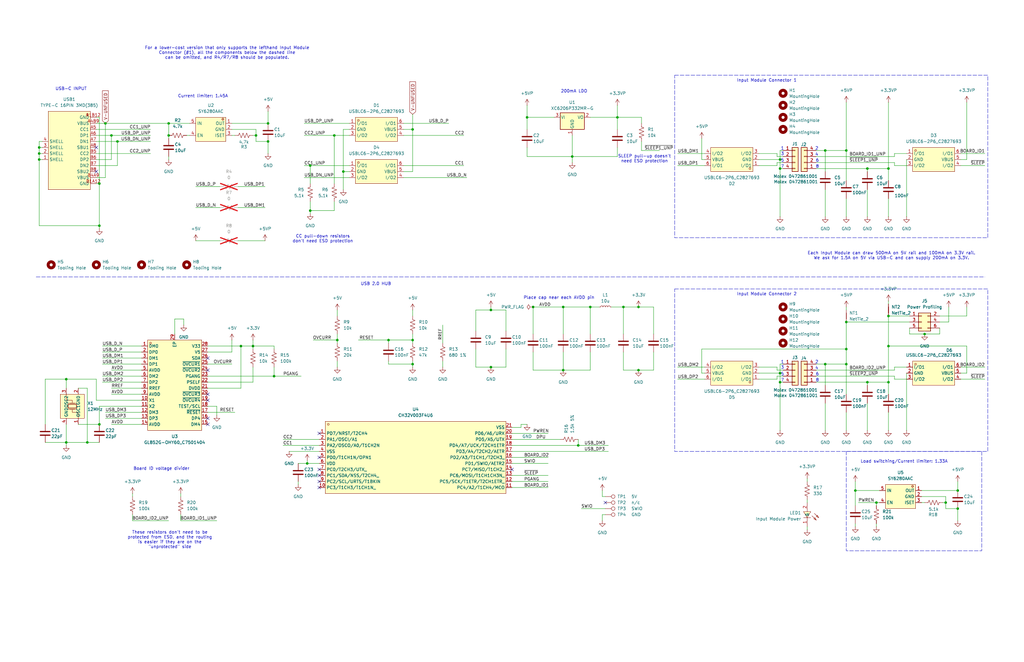
<source format=kicad_sch>
(kicad_sch (version 20231120) (generator "eeschema") (generator_version "8.0")
  (paper "B")
  (junction (at 27.94 186.69))
  (junction (at 129.54 195.58))
  (junction (at 374.65 161.29))
  (junction (at 241.3 66.04))
  (junction (at 144.78 72.39))
  (junction (at 328.93 161.29))
  (junction (at 347.98 63.5))
  (junction (at 237.49 129.54))
  (junction (at 224.79 129.54))
  (junction (at 41.91 179.07))
  (junction (at 403.86 207.01))
  (junction (at 328.93 67.31))
  (junction (at 403.86 214.63))
  (junction (at 115.57 158.75))
  (junction (at 113.03 59.69))
  (junction (at 41.91 95.25))
  (junction (at 398.78 212.09))
  (junction (at 328.93 71.12))
  (junction (at 237.49 156.21))
  (junction (at 173.99 54.61))
  (junction (at 44.45 52.07))
  (junction (at 262.89 129.54))
  (junction (at 173.99 143.51))
  (junction (at 248.92 129.54))
  (junction (at 130.81 88.9))
  (junction (at 130.81 69.85))
  (junction (at 49.53 59.69))
  (junction (at 16.51 64.77))
  (junction (at 356.87 153.67))
  (junction (at 27.94 160.02))
  (junction (at 46.99 57.15))
  (junction (at 222.25 49.53))
  (junction (at 269.24 129.54))
  (junction (at 374.65 133.35))
  (junction (at 374.65 71.12))
  (junction (at 389.89 140.97))
  (junction (at 374.65 146.05))
  (junction (at 101.6 146.05))
  (junction (at 113.03 52.07))
  (junction (at 173.99 153.67))
  (junction (at 140.97 57.15))
  (junction (at 243.84 187.96))
  (junction (at 207.01 154.94))
  (junction (at 328.93 157.48))
  (junction (at 16.51 67.31))
  (junction (at 347.98 153.67))
  (junction (at 71.12 52.07))
  (junction (at 106.68 146.05))
  (junction (at 260.35 49.53))
  (junction (at 356.87 147.32))
  (junction (at 16.51 62.23))
  (junction (at 360.68 207.01))
  (junction (at 369.57 212.09))
  (junction (at 356.87 135.89))
  (junction (at 107.95 57.15))
  (junction (at 142.24 143.51))
  (junction (at 71.12 57.15))
  (junction (at 356.87 63.5))
  (junction (at 41.91 77.47))
  (junction (at 36.83 186.69))
  (junction (at 163.83 143.51))
  (junction (at 365.76 161.29))
  (junction (at 207.01 130.81))
  (junction (at 365.76 71.12))
  (junction (at 269.24 156.21))
  (no_connect (at 87.63 168.91))
  (no_connect (at 134.62 198.12))
  (no_connect (at 255.27 212.09))
  (no_connect (at 134.62 182.88))
  (no_connect (at 87.63 179.07))
  (no_connect (at 87.63 156.21))
  (no_connect (at 87.63 166.37))
  (no_connect (at 40.64 72.39))
  (no_connect (at 134.62 205.74))
  (no_connect (at 134.62 193.04))
  (no_connect (at 87.63 151.13))
  (no_connect (at 134.62 200.66))
  (no_connect (at 215.9 198.12))
  (no_connect (at 87.63 176.53))
  (no_connect (at 40.64 62.23))
  (no_connect (at 134.62 203.2))
  (wire (pts (xy 40.64 69.85) (xy 49.53 69.85)))
  (wire (pts (xy 40.64 52.07) (xy 44.45 52.07)))
  (wire (pts (xy 327.66 158.75) (xy 327.66 160.02)))
  (wire (pts (xy 403.86 203.2) (xy 403.86 207.01)))
  (wire (pts (xy 115.57 146.05) (xy 115.57 147.32)))
  (wire (pts (xy 44.45 52.07) (xy 71.12 52.07)))
  (wire (pts (xy 361.95 212.09) (xy 369.57 212.09)))
  (wire (pts (xy 374.65 166.37) (xy 374.65 161.29)))
  (wire (pts (xy 113.03 59.69) (xy 113.03 64.77)))
  (wire (pts (xy 295.91 147.32) (xy 295.91 157.48)))
  (wire (pts (xy 327.66 68.58) (xy 327.66 69.85)))
  (wire (pts (xy 356.87 76.2) (xy 356.87 63.5)))
  (wire (pts (xy 330.2 156.21) (xy 327.66 156.21)))
  (wire (pts (xy 340.36 210.82) (xy 340.36 212.09)))
  (wire (pts (xy 328.93 157.48) (xy 328.93 161.29)))
  (wire (pts (xy 356.87 147.32) (xy 356.87 153.67)))
  (wire (pts (xy 365.76 161.29) (xy 374.65 161.29)))
  (wire (pts (xy 186.69 152.4) (xy 186.69 154.94)))
  (wire (pts (xy 403.86 214.63) (xy 403.86 219.71)))
  (wire (pts (xy 43.18 158.75) (xy 59.69 158.75)))
  (wire (pts (xy 260.35 62.23) (xy 260.35 66.04)))
  (wire (pts (xy 262.89 148.59) (xy 262.89 156.21)))
  (wire (pts (xy 328.93 153.67) (xy 328.93 157.48)))
  (wire (pts (xy 285.75 160.02) (xy 297.18 160.02)))
  (wire (pts (xy 71.12 52.07) (xy 71.12 57.15)))
  (wire (pts (xy 87.63 148.59) (xy 97.79 148.59)))
  (wire (pts (xy 43.18 161.29) (xy 59.69 161.29)))
  (wire (pts (xy 398.78 212.09) (xy 398.78 209.55)))
  (wire (pts (xy 270.51 59.69) (xy 270.51 63.5)))
  (wire (pts (xy 344.17 63.5) (xy 347.98 63.5)))
  (wire (pts (xy 330.2 66.04) (xy 327.66 66.04)))
  (wire (pts (xy 125.73 203.2) (xy 125.73 204.47)))
  (wire (pts (xy 382.27 67.31) (xy 382.27 91.44)))
  (wire (pts (xy 330.2 68.58) (xy 327.66 68.58)))
  (wire (pts (xy 344.17 66.04) (xy 377.19 66.04)))
  (wire (pts (xy 87.63 171.45) (xy 91.44 171.45)))
  (wire (pts (xy 222.25 62.23) (xy 222.25 66.04)))
  (wire (pts (xy 215.9 187.96) (xy 243.84 187.96)))
  (wire (pts (xy 222.25 44.45) (xy 222.25 49.53)))
  (wire (pts (xy 396.24 140.97) (xy 389.89 140.97)))
  (wire (pts (xy 377.19 68.58) (xy 344.17 68.58)))
  (wire (pts (xy 33.02 163.83) (xy 36.83 163.83)))
  (wire (pts (xy 215.9 195.58) (xy 231.14 195.58)))
  (wire (pts (xy 356.87 135.89) (xy 356.87 147.32)))
  (wire (pts (xy 186.69 137.16) (xy 186.69 144.78)))
  (wire (pts (xy 200.66 154.94) (xy 207.01 154.94)))
  (wire (pts (xy 27.94 160.02) (xy 27.94 163.83)))
  (wire (pts (xy 377.19 158.75) (xy 344.17 158.75)))
  (wire (pts (xy 27.94 186.69) (xy 36.83 186.69)))
  (wire (pts (xy 243.84 185.42) (xy 243.84 187.96)))
  (wire (pts (xy 16.51 59.69) (xy 16.51 62.23)))
  (wire (pts (xy 215.9 205.74) (xy 231.14 205.74)))
  (wire (pts (xy 91.44 171.45) (xy 91.44 175.26)))
  (wire (pts (xy 87.63 153.67) (xy 97.79 153.67)))
  (wire (pts (xy 275.59 129.54) (xy 269.24 129.54)))
  (wire (pts (xy 405.13 67.31) (xy 407.67 67.31)))
  (wire (pts (xy 260.35 44.45) (xy 260.35 49.53)))
  (wire (pts (xy 243.84 187.96) (xy 256.54 187.96)))
  (wire (pts (xy 369.57 213.36) (xy 369.57 212.09)))
  (wire (pts (xy 224.79 129.54) (xy 237.49 129.54)))
  (wire (pts (xy 36.83 163.83) (xy 36.83 186.69)))
  (wire (pts (xy 237.49 148.59) (xy 237.49 156.21)))
  (wire (pts (xy 40.64 59.69) (xy 49.53 59.69)))
  (wire (pts (xy 19.05 186.69) (xy 27.94 186.69)))
  (wire (pts (xy 207.01 154.94) (xy 213.36 154.94)))
  (wire (pts (xy 173.99 140.97) (xy 173.99 143.51)))
  (wire (pts (xy 55.88 217.17) (xy 55.88 219.71)))
  (wire (pts (xy 33.02 179.07) (xy 41.91 179.07)))
  (wire (pts (xy 257.81 129.54) (xy 262.89 129.54)))
  (wire (pts (xy 377.19 66.04) (xy 377.19 64.77)))
  (wire (pts (xy 405.13 157.48) (xy 407.67 157.48)))
  (wire (pts (xy 285.75 64.77) (xy 297.18 64.77)))
  (wire (pts (xy 46.99 57.15) (xy 63.5 57.15)))
  (wire (pts (xy 46.99 163.83) (xy 59.69 163.83)))
  (wire (pts (xy 254 217.17) (xy 255.27 217.17)))
  (wire (pts (xy 320.04 154.94) (xy 327.66 154.94)))
  (wire (pts (xy 130.81 85.09) (xy 130.81 88.9)))
  (wire (pts (xy 330.2 161.29) (xy 328.93 161.29)))
  (wire (pts (xy 347.98 63.5) (xy 347.98 72.39)))
  (wire (pts (xy 40.64 77.47) (xy 41.91 77.47)))
  (wire (pts (xy 388.62 209.55) (xy 398.78 209.55)))
  (wire (pts (xy 213.36 154.94) (xy 213.36 147.32)))
  (wire (pts (xy 40.64 74.93) (xy 44.45 74.93)))
  (wire (pts (xy 219.71 179.07) (xy 219.71 180.34)))
  (wire (pts (xy 16.51 67.31) (xy 16.51 64.77)))
  (wire (pts (xy 100.33 87.63) (xy 111.76 87.63)))
  (wire (pts (xy 377.19 160.02) (xy 382.27 160.02)))
  (wire (pts (xy 128.27 69.85) (xy 130.81 69.85)))
  (wire (pts (xy 374.65 173.99) (xy 374.65 181.61)))
  (wire (pts (xy 134.62 195.58) (xy 129.54 195.58)))
  (wire (pts (xy 71.12 57.15) (xy 71.12 58.42)))
  (wire (pts (xy 170.18 74.93) (xy 196.85 74.93)))
  (wire (pts (xy 369.57 220.98) (xy 369.57 222.25)))
  (wire (pts (xy 356.87 43.18) (xy 356.87 63.5)))
  (wire (pts (xy 285.75 69.85) (xy 297.18 69.85)))
  (wire (pts (xy 388.62 207.01) (xy 403.86 207.01)))
  (wire (pts (xy 400.05 129.54) (xy 400.05 135.89)))
  (wire (pts (xy 46.99 156.21) (xy 59.69 156.21)))
  (wire (pts (xy 140.97 85.09) (xy 140.97 88.9)))
  (wire (pts (xy 115.57 154.94) (xy 115.57 158.75)))
  (wire (pts (xy 222.25 49.53) (xy 233.68 49.53)))
  (wire (pts (xy 200.66 130.81) (xy 200.66 139.7)))
  (wire (pts (xy 407.67 129.54) (xy 407.67 133.35)))
  (wire (pts (xy 40.64 67.31) (xy 46.99 67.31)))
  (wire (pts (xy 130.81 88.9) (xy 130.81 90.17)))
  (wire (pts (xy 383.54 140.97) (xy 389.89 140.97)))
  (wire (pts (xy 97.79 52.07) (xy 113.03 52.07)))
  (wire (pts (xy 320.04 64.77) (xy 327.66 64.77)))
  (wire (pts (xy 40.64 54.61) (xy 63.5 54.61)))
  (wire (pts (xy 101.6 163.83) (xy 101.6 146.05)))
  (wire (pts (xy 119.38 185.42) (xy 134.62 185.42)))
  (wire (pts (xy 101.6 146.05) (xy 106.68 146.05)))
  (wire (pts (xy 77.47 137.16) (xy 77.47 134.62)))
  (wire (pts (xy 297.18 67.31) (xy 295.91 67.31)))
  (wire (pts (xy 128.27 74.93) (xy 147.32 74.93)))
  (wire (pts (xy 340.36 201.93) (xy 340.36 203.2)))
  (wire (pts (xy 365.76 162.56) (xy 365.76 161.29)))
  (wire (pts (xy 270.51 63.5) (xy 278.13 63.5)))
  (wire (pts (xy 40.64 49.53) (xy 41.91 49.53)))
  (wire (pts (xy 365.76 71.12) (xy 374.65 71.12)))
  (wire (pts (xy 71.12 52.07) (xy 80.01 52.07)))
  (wire (pts (xy 82.55 101.6) (xy 92.71 101.6)))
  (wire (pts (xy 16.51 67.31) (xy 16.51 95.25)))
  (wire (pts (xy 219.71 179.07) (xy 222.25 179.07)))
  (wire (pts (xy 107.95 59.69) (xy 113.03 59.69)))
  (wire (pts (xy 356.87 129.54) (xy 356.87 130.81)))
  (wire (pts (xy 340.36 222.25) (xy 340.36 223.52)))
  (wire (pts (xy 115.57 158.75) (xy 127 158.75)))
  (wire (pts (xy 27.94 179.07) (xy 27.94 186.69)))
  (wire (pts (xy 144.78 72.39) (xy 147.32 72.39)))
  (wire (pts (xy 356.87 147.32) (xy 295.91 147.32)))
  (wire (pts (xy 128.27 52.07) (xy 147.32 52.07)))
  (wire (pts (xy 113.03 46.99) (xy 113.03 52.07)))
  (wire (pts (xy 400.05 135.89) (xy 396.24 135.89)))
  (wire (pts (xy 200.66 130.81) (xy 207.01 130.81)))
  (wire (pts (xy 222.25 49.53) (xy 222.25 54.61)))
  (wire (pts (xy 40.64 57.15) (xy 46.99 57.15)))
  (wire (pts (xy 170.18 52.07) (xy 189.23 52.07)))
  (wire (pts (xy 215.9 193.04) (xy 231.14 193.04)))
  (wire (pts (xy 219.71 180.34) (xy 215.9 180.34)))
  (wire (pts (xy 170.18 72.39) (xy 173.99 72.39)))
  (wire (pts (xy 36.83 186.69) (xy 41.91 186.69)))
  (wire (pts (xy 262.89 129.54) (xy 262.89 140.97)))
  (wire (pts (xy 173.99 130.81) (xy 173.99 133.35)))
  (wire (pts (xy 142.24 140.97) (xy 142.24 143.51)))
  (wire (pts (xy 260.35 49.53) (xy 260.35 54.61)))
  (wire (pts (xy 87.63 158.75) (xy 115.57 158.75)))
  (wire (pts (xy 41.91 179.07) (xy 41.91 171.45)))
  (wire (pts (xy 374.65 127) (xy 374.65 128.27)))
  (wire (pts (xy 328.93 71.12) (xy 328.93 91.44)))
  (wire (pts (xy 100.33 101.6) (xy 111.76 101.6)))
  (wire (pts (xy 241.3 66.04) (xy 241.3 68.58)))
  (wire (pts (xy 130.81 69.85) (xy 130.81 77.47)))
  (wire (pts (xy 347.98 170.18) (xy 347.98 181.61)))
  (wire (pts (xy 396.24 133.35) (xy 407.67 133.35)))
  (wire (pts (xy 365.76 72.39) (xy 365.76 71.12)))
  (wire (pts (xy 27.94 186.69) (xy 27.94 187.96)))
  (wire (pts (xy 344.17 161.29) (xy 365.76 161.29)))
  (wire (pts (xy 254 219.71) (xy 254 217.17)))
  (wire (pts (xy 200.66 147.32) (xy 200.66 154.94)))
  (wire (pts (xy 16.51 64.77) (xy 16.51 62.23)))
  (wire (pts (xy 17.78 67.31) (xy 16.51 67.31)))
  (wire (pts (xy 241.3 57.15) (xy 241.3 66.04)))
  (wire (pts (xy 374.65 133.35) (xy 383.54 133.35)))
  (wire (pts (xy 106.68 57.15) (xy 107.95 57.15)))
  (wire (pts (xy 377.19 64.77) (xy 382.27 64.77)))
  (wire (pts (xy 170.18 57.15) (xy 195.58 57.15)))
  (wire (pts (xy 356.87 135.89) (xy 383.54 135.89)))
  (wire (pts (xy 16.51 62.23) (xy 17.78 62.23)))
  (wire (pts (xy 41.91 77.47) (xy 41.91 95.25)))
  (wire (pts (xy 374.65 146.05) (xy 407.67 146.05)))
  (wire (pts (xy 140.97 57.15) (xy 147.32 57.15)))
  (wire (pts (xy 224.79 140.97) (xy 224.79 129.54)))
  (wire (pts (xy 285.75 154.94) (xy 297.18 154.94)))
  (wire (pts (xy 320.04 157.48) (xy 328.93 157.48)))
  (wire (pts (xy 19.05 160.02) (xy 27.94 160.02)))
  (wire (pts (xy 130.81 88.9) (xy 140.97 88.9)))
  (wire (pts (xy 43.18 146.05) (xy 59.69 146.05)))
  (wire (pts (xy 97.79 57.15) (xy 99.06 57.15)))
  (wire (pts (xy 207.01 129.54) (xy 207.01 130.81)))
  (wire (pts (xy 269.24 156.21) (xy 275.59 156.21)))
  (wire (pts (xy 76.2 217.17) (xy 76.2 219.71)))
  (wire (pts (xy 248.92 129.54) (xy 252.73 129.54)))
  (wire (pts (xy 106.68 146.05) (xy 115.57 146.05)))
  (wire (pts (xy 41.91 49.53) (xy 41.91 77.47)))
  (wire (pts (xy 43.18 148.59) (xy 59.69 148.59)))
  (wire (pts (xy 17.78 64.77) (xy 16.51 64.77)))
  (wire (pts (xy 248.92 148.59) (xy 248.92 156.21)))
  (wire (pts (xy 55.88 208.28) (xy 55.88 209.55)))
  (wire (pts (xy 43.18 153.67) (xy 59.69 153.67)))
  (wire (pts (xy 144.78 72.39) (xy 144.78 80.01)))
  (wire (pts (xy 76.2 219.71) (xy 91.44 219.71)))
  (wire (pts (xy 142.24 130.81) (xy 142.24 133.35)))
  (wire (pts (xy 377.19 68.58) (xy 377.19 69.85)))
  (wire (pts (xy 173.99 54.61) (xy 170.18 54.61)))
  (wire (pts (xy 76.2 208.28) (xy 76.2 209.55)))
  (wire (pts (xy 328.93 67.31) (xy 328.93 71.12)))
  (wire (pts (xy 405.13 154.94) (xy 415.29 154.94)))
  (wire (pts (xy 142.24 143.51) (xy 142.24 144.78)))
  (wire (pts (xy 144.78 54.61) (xy 144.78 72.39)))
  (wire (pts (xy 151.13 143.51) (xy 163.83 143.51)))
  (wire (pts (xy 405.13 69.85) (xy 415.29 69.85)))
  (wire (pts (xy 224.79 156.21) (xy 237.49 156.21)))
  (wire (pts (xy 327.66 156.21) (xy 327.66 154.94)))
  (wire (pts (xy 248.92 140.97) (xy 248.92 129.54)))
  (wire (pts (xy 132.08 143.51) (xy 142.24 143.51)))
  (wire (pts (xy 46.99 166.37) (xy 59.69 166.37)))
  (wire (pts (xy 163.83 143.51) (xy 173.99 143.51)))
  (wire (pts (xy 77.47 134.62) (xy 73.66 134.62)))
  (wire (pts (xy 377.19 69.85) (xy 382.27 69.85)))
  (wire (pts (xy 215.9 203.2) (xy 231.14 203.2)))
  (wire (pts (xy 106.68 146.05) (xy 106.68 147.32)))
  (wire (pts (xy 254 209.55) (xy 254 207.01)))
  (wire (pts (xy 396.24 138.43) (xy 396.24 140.97)))
  (wire (pts (xy 224.79 148.59) (xy 224.79 156.21)))
  (wire (pts (xy 347.98 63.5) (xy 356.87 63.5)))
  (wire (pts (xy 382.27 157.48) (xy 382.27 181.61)))
  (wire (pts (xy 344.17 71.12) (xy 365.76 71.12)))
  (wire (pts (xy 248.92 156.21) (xy 237.49 156.21)))
  (wire (pts (xy 347.98 80.01) (xy 347.98 91.44)))
  (wire (pts (xy 97.79 143.51) (xy 97.79 148.59)))
  (wire (pts (xy 71.12 66.04) (xy 71.12 67.31)))
  (wire (pts (xy 320.04 160.02) (xy 327.66 160.02)))
  (wire (pts (xy 360.68 207.01) (xy 360.68 213.36)))
  (wire (pts (xy 245.11 214.63) (xy 255.27 214.63)))
  (wire (pts (xy 344.17 153.67) (xy 347.98 153.67)))
  (wire (pts (xy 237.49 129.54) (xy 237.49 140.97)))
  (wire (pts (xy 407.67 43.18) (xy 407.67 67.31)))
  (wire (pts (xy 44.45 74.93) (xy 44.45 52.07)))
  (wire (pts (xy 369.57 212.09) (xy 370.84 212.09)))
  (wire (pts (xy 17.78 59.69) (xy 16.51 59.69)))
  (wire (pts (xy 262.89 156.21) (xy 269.24 156.21)))
  (wire (pts (xy 320.04 67.31) (xy 328.93 67.31)))
  (wire (pts (xy 19.05 179.07) (xy 19.05 160.02)))
  (wire (pts (xy 40.64 64.77) (xy 63.5 64.77)))
  (wire (pts (xy 397.51 212.09) (xy 398.78 212.09)))
  (wire (pts (xy 356.87 166.37) (xy 356.87 153.67)))
  (wire (pts (xy 173.99 152.4) (xy 173.99 153.67)))
  (wire (pts (xy 43.18 151.13) (xy 59.69 151.13)))
  (wire (pts (xy 215.9 190.5) (xy 256.54 190.5)))
  (wire (pts (xy 49.53 59.69) (xy 63.5 59.69)))
  (wire (pts (xy 377.19 158.75) (xy 377.19 160.02)))
  (wire (pts (xy 97.79 54.61) (xy 107.95 54.61)))
  (wire (pts (xy 388.62 212.09) (xy 389.89 212.09)))
  (wire (pts (xy 374.65 43.18) (xy 374.65 71.12)))
  (wire (pts (xy 330.2 63.5) (xy 328.93 63.5)))
  (wire (pts (xy 106.68 143.51) (xy 106.68 146.05)))
  (wire (pts (xy 275.59 156.21) (xy 275.59 148.59)))
  (wire (pts (xy 330.2 153.67) (xy 328.93 153.67)))
  (wire (pts (xy 374.65 146.05) (xy 374.65 161.29)))
  (wire (pts (xy 40.64 160.02) (xy 27.94 160.02)))
  (wire (pts (xy 40.64 168.91) (xy 40.64 160.02)))
  (wire (pts (xy 360.68 207.01) (xy 370.84 207.01)))
  (wire (pts (xy 270.51 49.53) (xy 270.51 52.07)))
  (wire (pts (xy 170.18 69.85) (xy 195.58 69.85)))
  (wire (pts (xy 41.91 95.25) (xy 41.91 96.52)))
  (wire (pts (xy 163.83 152.4) (xy 163.83 153.67)))
  (wire (pts (xy 328.93 161.29) (xy 328.93 181.61)))
  (wire (pts (xy 173.99 72.39) (xy 173.99 54.61)))
  (wire (pts (xy 260.35 49.53) (xy 270.51 49.53)))
  (wire (pts (xy 46.99 67.31) (xy 46.99 57.15)))
  (wire (pts (xy 82.55 87.63) (xy 92.71 87.63)))
  (wire (pts (xy 163.83 144.78) (xy 163.83 143.51)))
  (wire (pts (xy 119.38 187.96) (xy 134.62 187.96)))
  (wire (pts (xy 383.54 138.43) (xy 383.54 140.97)))
  (wire (pts (xy 275.59 140.97) (xy 275.59 129.54)))
  (wire (pts (xy 248.92 129.54) (xy 237.49 129.54)))
  (wire (pts (xy 374.65 76.2) (xy 374.65 71.12)))
  (wire (pts (xy 128.27 57.15) (xy 140.97 57.15)))
  (wire (pts (xy 320.04 69.85) (xy 327.66 69.85)))
  (wire (pts (xy 87.63 161.29) (xy 106.68 161.29)))
  (wire (pts (xy 360.68 203.2) (xy 360.68 207.01)))
  (wire (pts (xy 295.91 58.42) (xy 295.91 67.31)))
  (wire (pts (xy 222.25 66.04) (xy 241.3 66.04)))
  (wire (pts (xy 269.24 129.54) (xy 262.89 129.54)))
  (wire (pts (xy 107.95 57.15) (xy 107.95 54.61)))
  (wire (pts (xy 328.93 63.5) (xy 328.93 67.31)))
  (wire (pts (xy 125.73 195.58) (xy 129.54 195.58)))
  (wire (pts (xy 142.24 152.4) (xy 142.24 154.94)))
  (wire (pts (xy 213.36 139.7) (xy 213.36 130.81)))
  (wire (pts (xy 405.13 160.02) (xy 415.29 160.02)))
  (wire (pts (xy 55.88 219.71) (xy 71.12 219.71)))
  (polyline (pts (xy 15.24 116.84) (xy 415.29 116.84)) (stroke (width 0) (type dash)))
  (wire (pts (xy 215.9 185.42) (xy 236.22 185.42)))
  (wire (pts (xy 374.65 133.35) (xy 374.65 146.05)))
  (wire (pts (xy 215.9 200.66) (xy 231.14 200.66)))
  (wire (pts (xy 374.65 83.82) (xy 374.65 91.44)))
  (wire (pts (xy 106.68 161.29) (xy 106.68 154.94)))
  (wire (pts (xy 173.99 143.51) (xy 173.99 144.78)))
  (wire (pts (xy 173.99 48.26) (xy 173.99 54.61)))
  (wire (pts (xy 82.55 78.74) (xy 92.71 78.74)))
  (wire (pts (xy 130.81 69.85) (xy 147.32 69.85)))
  (wire (pts (xy 16.51 95.25) (xy 41.91 95.25)))
  (wire (pts (xy 356.87 83.82) (xy 356.87 91.44)))
  (wire (pts (xy 87.63 146.05) (xy 101.6 146.05)))
  (wire (pts (xy 360.68 220.98) (xy 360.68 222.25)))
  (wire (pts (xy 40.64 168.91) (xy 59.69 168.91)))
  (wire (pts (xy 330.2 71.12) (xy 328.93 71.12)))
  (wire (pts (xy 215.9 182.88) (xy 231.14 182.88)))
  (wire (pts (xy 365.76 170.18) (xy 365.76 181.61)))
  (wire (pts (xy 129.54 195.58) (xy 129.54 194.31)))
  (wire (pts (xy 49.53 59.69) (xy 49.53 69.85)))
  (wire (pts (xy 344.17 156.21) (xy 377.19 156.21)))
  (wire (pts (xy 377.19 154.94) (xy 382.27 154.94)))
  (wire (pts (xy 44.45 173.99) (xy 59.69 173.99)))
  (wire (pts (xy 140.97 57.15) (xy 140.97 77.47)))
  (wire (pts (xy 147.32 54.61) (xy 144.78 54.61)))
  (wire (pts (xy 121.92 190.5) (xy 134.62 190.5)))
  (wire (pts (xy 347.98 153.67) (xy 347.98 162.56)))
  (wire (pts (xy 73.66 134.62) (xy 73.66 140.97)))
  (wire (pts (xy 398.78 214.63) (xy 403.86 214.63)))
  (wire (pts (xy 405.13 64.77) (xy 415.29 64.77)))
  (wire (pts (xy 260.35 49.53) (xy 248.92 49.53)))
  (wire (pts (xy 41.91 171.45) (xy 59.69 171.45)))
  (wire (pts (xy 377.19 156.21) (xy 377.19 154.94)))
  (wire (pts (xy 173.99 153.67) (xy 173.99 154.94)))
  (wire (pts (xy 100.33 78.74) (xy 111.76 78.74)))
  (wire (pts (xy 255.27 209.55) (xy 254 209.55)))
  (wire (pts (xy 327.66 66.04) (xy 327.66 64.77)))
  (wire (pts (xy 365.76 80.01) (xy 365.76 91.44)))
  (wire (pts (xy 407.67 146.05) (xy 407.67 157.48)))
  (wire (pts (xy 398.78 214.63) (xy 398.78 212.09)))
  (wire (pts (xy 330.2 158.75) (xy 327.66 158.75)))
  (wire (pts (xy 297.18 157.48) (xy 295.91 157.48)))
  (wire (pts (xy 207.01 130.81) (xy 213.36 130.81)))
  (wire (pts (xy 347.98 153.67) (xy 356.87 153.67)))
  (wire (pts (xy 46.99 179.07) (xy 59.69 179.07)))
  (wire (pts (xy 356.87 173.99) (xy 356.87 181.61)))
  (wire (pts (xy 107.95 59.69) (xy 107.95 57.15)))
  (wire (pts (xy 241.3 66.04) (xy 260.35 66.04)))
  (wire (pts (xy 78.74 57.15) (xy 80.01 57.15)))
  (wire (pts (xy 163.83 153.67) (xy 173.99 153.67)))
  (wire (pts (xy 87.63 173.99) (xy 99.06 173.99)))
  (wire (pts (xy 44.45 176.53) (xy 59.69 176.53)))
  (wire (pts (xy 87.63 163.83) (xy 101.6 163.83)))
  (rectangle (start 284.48 121.92) (end 416.56 190.5) (stroke (width 0) (type dash)))
  (rectangle (start 284.48 31.75) (end 416.56 100.33) (stroke (width 0) (type dash)))
  (rectangle (start 356.87 190.5) (end 414.02 232.41) (stroke (width 0) (type dash)))
  (text "Place cap near each AVDD pin" (at 235.712 125.73 0) (effects (font (size 1.27 1.27))))
  (text "200mA LDO" (at 236.474 39.37 0) (effects (font (size 1.27 1.27)) (justify left bottom)))
  (text "CC pull-down resistors\ndon't need ESD protection" (at 136.144 100.838 0) (effects (font (size 1.27 1.27))))
  (text "7" (at 329.946 70.358 0) (effects (font (size 1.27 1.27))))
  (text "5" (at 329.946 67.818 0) (effects (font (size 1.27 1.27))))
  (text "Board ID voltage divider" (at 68.072 197.866 0) (effects (font (size 1.27 1.27))))
  (text "4" (at 344.424 65.278 0) (effects (font (size 1.27 1.27))))
  (text "7" (at 329.946 160.528 0) (effects (font (size 1.27 1.27))))
  (text "1" (at 329.946 152.908 0) (effects (font (size 1.27 1.27))))
  (text "USB-C INPUT" (at 29.972 37.592 0) (effects (font (size 1.27 1.27))))
  (text "8" (at 344.678 70.358 0) (effects (font (size 1.27 1.27))))
  (text "6" (at 344.678 67.818 0) (effects (font (size 1.27 1.27))))
  (text "8" (at 344.678 160.528 0) (effects (font (size 1.27 1.27))))
  (text "3" (at 329.946 65.024 0) (effects (font (size 1.27 1.27))))
  (text "Load switching/Current limiter: 1.33A" (at 381.254 194.818 0) (effects (font (size 1.27 1.27))))
  (text "Input Module Connector 2" (at 323.342 124.206 0) (effects (font (size 1.27 1.27))))
  (text "2" (at 344.424 62.738 0) (effects (font (size 1.27 1.27))))
  (text "4" (at 344.424 155.448 0) (effects (font (size 1.27 1.27))))
  (text "6" (at 344.678 157.988 0) (effects (font (size 1.27 1.27))))
  (text "Input Module Connector 1" (at 323.342 34.036 0) (effects (font (size 1.27 1.27))))
  (text "5" (at 329.946 157.988 0) (effects (font (size 1.27 1.27))))
  (text "2" (at 344.424 152.908 0) (effects (font (size 1.27 1.27))))
  (text "USB 2.0 HUB" (at 158.496 119.888 0) (effects (font (size 1.27 1.27))))
  (text "Current limiter: 1.45A" (at 85.598 40.64 0) (effects (font (size 1.27 1.27))))
  (text "These resistors don't need to be\nprotected from ESD, and the routing\nis easier if they are on the\n\"unprotected\" side" (at 71.628 227.838 0) (effects (font (size 1.27 1.27))))
  (text "SLEEP pull-up doesn't\nneed ESD protection" (at 271.78 67.056 0) (effects (font (size 1.27 1.27))))
  (text "Each Input Module can draw 500mA on 5V rail and 100mA on 3.3V rail.\nWe ask for 1.5A on 5V via USB-C and can supply 200mA on 3.3V." (at 375.92 107.95 0) (effects (font (size 1.27 1.27))))
  (text "For a lower-cost version that only supports the lefthand Input Module\nConnector (#1), all the components below the dashed line\ncan be omitted, and R4/R7/R8 should be populated." (at 95.758 22.352 0) (effects (font (size 1.27 1.27))))
  (text "1" (at 329.946 62.738 0) (effects (font (size 1.27 1.27))))
  (text "3" (at 329.946 155.194 0) (effects (font (size 1.27 1.27))))
  (label "USB_DP3" (at 44.45 176.53 0))
  (label "USB_D_P" (at 82.55 78.74 0))
  (label "AVDD" (at 46.99 166.37 0))
  (label "USB_DM1" (at 43.18 151.13 0))
  (label "CC1_UNP" (at 54.61 54.61 0))
  (label "USB_D_P" (at 43.18 148.59 0))
  (label "CC1" (at 191.77 69.85 0))
  (label "USB_DM1" (at 285.75 64.77 0))
  (label "USB_DM3" (at 246.38 187.96 0))
  (label "USB_DP_UNP" (at 63.5 57.15 180))
  (label "PWREN" (at 224.79 182.88 0))
  (label "AVDD" (at 227.33 129.54 0))
  (label "PGANG" (at 119.38 158.75 0))
  (label "~{SLEEP2_UNP}" (at 358.14 158.75 0))
  (label "DPU" (at 226.06 185.42 0))
  (label "OVCURR" (at 139.7 143.51 180))
  (label "BOARD_ID1_UNP" (at 358.14 66.04 0))
  (label "BOARD_ID2_UNP" (at 71.12 219.71 180))
  (label "USB_DP1" (at 43.18 153.67 0))
  (label "AVDD" (at 46.99 179.07 0))
  (label "USB_DP1" (at 285.75 69.85 0))
  (label "SWIO" (at 220.98 195.58 0))
  (label "~{SLEEP1_UNP}" (at 271.78 63.5 0))
  (label "USB_DM3" (at 44.45 173.99 0))
  (label "USB_DM1" (at 102.87 87.63 0))
  (label "RREF" (at 46.99 163.83 0))
  (label "USB_D_P" (at 189.23 52.07 180))
  (label "RESET" (at 92.71 173.99 0))
  (label "SWIO" (at 245.11 214.63 0))
  (label "PGANG" (at 220.98 203.2 0))
  (label "OVCURR" (at 97.79 153.67 180))
  (label "BOARD_ID1" (at 220.98 205.74 0))
  (label "USB_DP2" (at 43.18 161.29 0))
  (label "BOARD_ID2" (at 415.29 154.94 180))
  (label "USB_DP2" (at 285.75 160.02 0))
  (label "~{SLEEP}" (at 220.98 200.66 0))
  (label "RESET" (at 157.48 143.51 180))
  (label "BOARD_ID1" (at 415.29 64.77 180))
  (label "USB_DM2" (at 285.75 154.94 0))
  (label "CC2_UNP" (at 54.61 64.77 0))
  (label "CC1" (at 119.38 187.96 0))
  (label "CC2_UNP" (at 128.27 57.15 0))
  (label "USB_DN_UNP" (at 63.5 59.69 180))
  (label "~{SLEEP}" (at 415.29 160.02 180))
  (label "CC2" (at 119.38 185.42 0))
  (label "BOARD_ID1_UNP" (at 91.44 219.71 180))
  (label "PWREN" (at 361.95 212.09 0))
  (label "AVDD" (at 46.99 156.21 0))
  (label "USB_DP3" (at 246.38 190.5 0))
  (label "USB_DP1" (at 102.87 78.74 0))
  (label "RREF" (at 186.69 143.51 90))
  (label "~{SLEEP1_UNP}" (at 358.14 68.58 0))
  (label "BOARD_ID2_UNP" (at 358.14 156.21 0))
  (label "USB_DN_UNP" (at 128.27 74.93 0))
  (label "CC1_UNP" (at 128.27 69.85 0))
  (label "USB_D_N" (at 196.85 74.93 180))
  (label "USB_DM2" (at 43.18 158.75 0))
  (label "USB_D_N" (at 43.18 146.05 0))
  (label "CC2" (at 191.77 57.15 0))
  (label "~{SLEEP}" (at 415.29 69.85 180))
  (label "USB_DP_UNP" (at 128.27 52.07 0))
  (label "USB_D_N" (at 82.55 87.63 0))
  (label "BOARD_ID2" (at 220.98 193.04 0))
  (global_label "V-UNFUSED" (shape input) (at 44.45 52.07 90) (property "Intersheetrefs" "${INTERSHEET_REFS}" (effects (hide yes))))
  (global_label "V-UNFUSED" (shape input) (at 173.99 48.26 90) (property "Intersheetrefs" "${INTERSHEET_REFS}" (effects (hide yes))))
  (symbol (lib_id "power:+3.3VP") (at 340.36 201.93 0) (unit 1)
    (property "Reference" "#PWR048" (effects (hide yes)))
    (property "Value" "+3.3VP" (at 340.36 196.85 0))
    (property "Description" "Power symbol creates a global label with name \"+3.3VP\"" (effects (hide yes)))
  )
  (symbol (lib_id "Device:C") (at 237.49 144.78 0) (unit 1)
    (property "Reference" "C12" (at 240.03 143.51 0) (effects (justify left)))
    (property "Value" "100nF" (at 240.03 146.05 0) (effects (justify left)))
    (property "Footprint" "Capacitor_SMD:C_0402_1005Metric" (effects (hide yes)))
    (property "Description" "Unpolarized capacitor" (effects (hide yes)))
    (property "LCSC Part" "C1525" (effects (hide yes)))
  )
  (symbol (lib_id "Device:C") (at 19.05 182.88 0) (unit 1)
    (property "Reference" "C21" (at 21.59 181.61 0) (effects (justify left)))
    (property "Value" "22pF" (at 21.59 184.15 0) (effects (justify left)))
    (property "Footprint" "Capacitor_SMD:C_0402_1005Metric" (effects (hide yes)))
    (property "Description" "Unpolarized capacitor" (effects (hide yes)))
    (property "LCSC Part" "C1555" (effects (hide yes)))
  )
  (symbol (lib_id "ExternalMount:USBLC6-2P6_C2827693") (at 308.61 157.48 180) (unit 1)
    (property "Reference" "D5" (at 308.61 167.64 0))
    (property "Value" "USBLC6-2P6_C2827693" (at 308.61 165.1 0))
    (property "Footprint" "ExternalMount:SOT-666-6_L1.6-W1.2-P0.50-LS1.6-BL" (effects (hide yes)))
    (property "LCSC Part" "C2827693" (effects (hide yes)))
  )
  (symbol (lib_id "ExternalMount:USBLC6-2P6_C2827693") (at 158.75 72.39 0) (unit 1)
    (property "Reference" "D4" (at 158.75 62.23 0))
    (property "Value" "USBLC6-2P6_C2827693" (at 158.75 64.77 0))
    (property "Footprint" "ExternalMount:SOT-666-6_L1.6-W1.2-P0.50-LS1.6-BL" (effects (hide yes)))
    (property "LCSC Part" "C2827693" (effects (hide yes)))
  )
  (symbol (lib_id "power:GND") (at 360.68 222.25 0) (unit 1)
    (property "Reference" "#PWR057" (effects (hide yes)))
    (property "Value" "GND" (at 360.68 227.33 0))
    (property "Description" "Power symbol creates a global label with name \"GND\" , ground" (effects (hide yes)))
  )
  (symbol (lib_id "power:GND") (at 142.24 154.94 0) (unit 1)
    (property "Reference" "#PWR031" (effects (hide yes)))
    (property "Value" "GND" (at 142.24 160.02 0))
    (property "Description" "Power symbol creates a global label with name \"GND\" , ground" (effects (hide yes)))
  )
  (symbol (lib_id "Device:R_US") (at 55.88 213.36 0) (unit 1)
    (property "Reference" "R19" (at 58.42 212.09 0) (effects (justify left)))
    (property "Value" "100k" (at 58.42 214.63 0) (effects (justify left)))
    (property "Footprint" "Resistor_SMD:R_0402_1005Metric" (effects (hide yes)))
    (property "Description" "Resistor, US symbol" (effects (hide yes)))
    (property "LCSC Part" "C25741" (effects (hide yes)))
  )
  (symbol (lib_id "power:GND") (at 130.81 90.17 0) (unit 1)
    (property "Reference" "#PWR012" (effects (hide yes)))
    (property "Value" "GND" (at 130.81 95.25 0))
    (property "Description" "Power symbol creates a global label with name \"GND\" , ground" (effects (hide yes)))
  )
  (symbol (lib_id "Device:C") (at 374.65 80.01 0) (unit 1)
    (property "Reference" "C8" (at 377.19 78.74 0) (effects (justify left)))
    (property "Value" "100nF" (at 377.19 82.55 0) (effects (justify left)))
    (property "Footprint" "Capacitor_SMD:C_0402_1005Metric" (effects (hide yes)))
    (property "Description" "Unpolarized capacitor" (effects (hide yes)))
    (property "LCSC Part" "C1525" (effects (hide yes)))
  )
  (symbol (lib_id "Device:L_Small") (at 255.27 129.54 90) (unit 1)
    (property "Reference" "L1" (at 255.27 124.46 90))
    (property "Value" "10u" (at 255.27 127 90))
    (property "Footprint" "Inductor_SMD:L_0805_2012Metric" (effects (hide yes)))
    (property "Description" "Inductor, small symbol" (effects (hide yes)))
    (property "LCSC Part" "C1046" (effects (hide yes)))
  )
  (symbol (lib_id "Device:R_US") (at 186.69 148.59 0) (unit 1)
    (property "Reference" "R13" (at 189.23 147.32 0) (effects (justify left)))
    (property "Value" "680 1%" (at 189.23 149.86 0) (effects (justify left)))
    (property "Footprint" "Resistor_SMD:R_0603_1608Metric" (effects (hide yes)))
    (property "Description" "Resistor, US symbol" (effects (hide yes)))
    (property "LCSC Part" "C23228" (effects (hide yes)))
  )
  (symbol (lib_id "Connector_Generic:Conn_01x04") (at 339.09 68.58 180) (unit 1)
    (property "Reference" "J2" (at 340.106 60.96 0) (effects (justify left)))
    (property "Value" "Molex 0472861001" (at 344.932 76.708 0) (effects (justify left)))
    (property "Footprint" "ExternalMount:Molex_0472861001" (effects (hide yes)))
    (property "Description" "Generic connector, single row, 01x04, script generated (kicad-library-utils/schlib/autogen/connector/)" (effects (hide yes)))
    (property "LCSC Part" "C6961828" (effects (hide yes)))
  )
  (symbol (lib_id "Connector:TestPoint") (at 255.27 212.09 270) (unit 1) (in_bom no)
    (property "Reference" "TP2" (at 260.35 212.09 90) (effects (justify left)))
    (property "Value" "n/c" (at 266.192 212.09 90) (effects (justify left)))
    (property "Footprint" "TestPoint:TestPoint_Pad_1.5x1.5mm" (effects (hide yes)))
    (property "Description" "test point" (effects (hide yes)))
  )
  (symbol (lib_id "Device:C") (at 356.87 80.01 0) (unit 1)
    (property "Reference" "C7" (at 359.41 78.74 0) (effects (justify left)))
    (property "Value" "100nF" (at 359.41 81.28 0) (effects (justify left)))
    (property "Footprint" "Capacitor_SMD:C_0402_1005Metric" (effects (hide yes)))
    (property "Description" "Unpolarized capacitor" (effects (hide yes)))
    (property "LCSC Part" "C1525" (effects (hide yes)))
  )
  (symbol (lib_id "power:+3.3VP") (at 374.65 127 0) (unit 1)
    (property "Reference" "#PWR062" (effects (hide yes)))
    (property "Value" "+3.3VP" (at 374.65 121.92 0))
    (property "Description" "Power symbol creates a global label with name \"+3.3VP\"" (effects (hide yes)))
  )
  (symbol (lib_id "power:GND") (at 144.78 80.01 0) (unit 1)
    (property "Reference" "#PWR010" (effects (hide yes)))
    (property "Value" "GND" (at 144.78 85.09 0))
    (property "Description" "Power symbol creates a global label with name \"GND\" , ground" (effects (hide yes)))
  )
  (symbol (lib_id "Connector_Generic:Conn_01x04") (at 335.28 156.21 0) (unit 1)
    (property "Reference" "J3" (at 334.01 150.876 0) (effects (justify left)))
    (property "Value" "Molex 0472861001" (at 326.136 164.592 0) (effects (justify left)))
    (property "Footprint" "ExternalMount:Molex_0472861001" (effects (hide yes)))
    (property "Description" "Generic connector, single row, 01x04, script generated (kicad-library-utils/schlib/autogen/connector/)" (effects (hide yes)))
    (property "LCSC Part" "C6961828" (effects (hide yes)))
  )
  (symbol (lib_id "power:+5VP") (at 356.87 129.54 0) (unit 1)
    (property "Reference" "#PWR030" (effects (hide yes)))
    (property "Value" "+5VP" (at 356.87 124.46 0))
    (property "Description" "Power symbol creates a global label with name \"+5VP\"" (effects (hide yes)))
  )
  (symbol (lib_id "power:+5V") (at 113.03 46.99 0) (unit 1)
    (property "Reference" "#PWR05" (effects (hide yes)))
    (property "Value" "+5V" (at 113.03 41.91 0))
    (property "Description" "Power symbol creates a global label with name \"+5V\"" (effects (hide yes)))
  )
  (symbol (lib_id "power:+3.3VP") (at 407.67 43.18 0) (unit 1)
    (property "Reference" "#PWR060" (effects (hide yes)))
    (property "Value" "+3.3VP" (at 407.67 38.1 0))
    (property "Description" "Power symbol creates a global label with name \"+3.3VP\"" (effects (hide yes)))
  )
  (symbol (lib_id "power:+5V") (at 97.79 143.51 0) (unit 1)
    (property "Reference" "#PWR028" (effects (hide yes)))
    (property "Value" "+5V" (at 97.79 138.43 0))
    (property "Description" "Power symbol creates a global label with name \"+5V\"" (effects (hide yes)))
  )
  (symbol (lib_id "ExternalMount:19-213_Y2C-CQ2R2L_3T(CY)") (at 340.36 217.17 270) (mirror x) (unit 1)
    (property "Reference" "LED1" (at 337.82 216.4099 90) (effects (justify right)))
    (property "Value" "Input Module Power" (at 337.82 218.9499 90) (effects (justify right)))
    (property "Footprint" "ExternalMount:LED0603-RD-YELLOW" (effects (hide yes)))
    (property "Datasheet" "https://lcsc.com/product-detail/Light-Emitting-Diodes-LED_0603-Yellow-light_C72038.html" (effects (hide yes)))
    (property "LCSC Part" "C72038" (effects (hide yes)))
  )
  (symbol (lib_id "power:GND") (at 347.98 181.61 0) (unit 1)
    (property "Reference" "#PWR041" (effects (hide yes)))
    (property "Value" "GND" (at 347.98 186.69 0))
    (property "Description" "Power symbol creates a global label with name \"GND\" , ground" (effects (hide yes)))
  )
  (symbol (lib_id "power:GND") (at 382.27 91.44 0) (unit 1)
    (property "Reference" "#PWR011" (effects (hide yes)))
    (property "Value" "GND" (at 382.27 96.52 0))
    (property "Description" "Power symbol creates a global label with name \"GND\" , ground" (effects (hide yes)))
  )
  (symbol (lib_id "power:GND") (at 347.98 91.44 0) (unit 1)
    (property "Reference" "#PWR014" (effects (hide yes)))
    (property "Value" "GND" (at 347.98 96.52 0))
    (property "Description" "Power symbol creates a global label with name \"GND\" , ground" (effects (hide yes)))
  )
  (symbol (lib_id "Device:R_US") (at 340.36 207.01 0) (unit 1)
    (property "Reference" "R17" (at 342.9 205.74 0) (effects (justify left)))
    (property "Value" "330" (at 342.9 208.28 0) (effects (justify left)))
    (property "Footprint" "Resistor_SMD:R_0402_1005Metric" (effects (hide yes)))
    (property "Description" "Resistor, US symbol" (effects (hide yes)))
    (property "LCSC Part" "C25104" (effects (hide yes)))
  )
  (symbol (lib_id "Device:C") (at 113.03 55.88 0) (unit 1)
    (property "Reference" "C1" (at 115.57 54.61 0) (effects (justify left)))
    (property "Value" "10uF" (at 115.57 57.15 0) (effects (justify left)))
    (property "Footprint" "Capacitor_SMD:C_0603_1608Metric" (effects (hide yes)))
    (property "Description" "Unpolarized capacitor" (effects (hide yes)))
    (property "LCSC Part" "C96446" (effects (hide yes)))
  )
  (symbol (lib_id "power:GND") (at 365.76 181.61 0) (unit 1)
    (property "Reference" "#PWR043" (effects (hide yes)))
    (property "Value" "GND" (at 365.76 186.69 0))
    (property "Description" "Power symbol creates a global label with name \"GND\" , ground" (effects (hide yes)))
  )
  (symbol (lib_id "power:GND") (at 356.87 91.44 0) (unit 1)
    (property "Reference" "#PWR015" (effects (hide yes)))
    (property "Value" "GND" (at 356.87 96.52 0))
    (property "Description" "Power symbol creates a global label with name \"GND\" , ground" (effects (hide yes)))
  )
  (symbol (lib_id "power:+5V") (at 254 207.01 0) (unit 1)
    (property "Reference" "#PWR052" (effects (hide yes)))
    (property "Value" "+5V" (at 254 201.93 0))
    (property "Description" "Power symbol creates a global label with name \"+5V\"" (effects (hide yes)))
  )
  (symbol (lib_id "power:+5V") (at 360.68 203.2 0) (unit 1)
    (property "Reference" "#PWR049" (effects (hide yes)))
    (property "Value" "+5V" (at 360.68 198.12 0))
    (property "Description" "Power symbol creates a global label with name \"+5V\"" (effects (hide yes)))
  )
  (symbol (lib_id "Device:R_US") (at 96.52 87.63 90) (unit 1) (dnp yes)
    (property "Reference" "R7" (at 96.52 81.28 90))
    (property "Value" "0" (at 96.52 83.82 90))
    (property "Footprint" "Resistor_SMD:R_0402_1005Metric" (effects (hide yes)))
    (property "Description" "Resistor, US symbol" (effects (hide yes)))
    (property "LCSC Part" "C17168" (effects (hide yes)))
  )
  (symbol (lib_id "power:+5VP") (at 295.91 58.42 0) (unit 1)
    (property "Reference" "#PWR06" (effects (hide yes)))
    (property "Value" "+5VP" (at 295.91 53.34 0))
    (property "Description" "Power symbol creates a global label with name \"+5VP\"" (effects (hide yes)))
  )
  (symbol (lib_id "power:+5VP") (at 403.86 203.2 0) (unit 1)
    (property "Reference" "#PWR050" (effects (hide yes)))
    (property "Value" "+5VP" (at 403.86 198.12 0))
    (property "Description" "Power symbol creates a global label with name \"+5VP\"" (effects (hide yes)))
  )
  (symbol (lib_id "power:GND") (at 222.25 179.07 0) (unit 1)
    (property "Reference" "#PWR039" (effects (hide yes)))
    (property "Value" "GND" (at 222.25 184.15 0))
    (property "Description" "Power symbol creates a global label with name \"GND\" , ground" (effects (hide yes)))
  )
  (symbol (lib_id "power:GND") (at 173.99 154.94 0) (unit 1)
    (property "Reference" "#PWR032" (effects (hide yes)))
    (property "Value" "GND" (at 173.99 160.02 0))
    (property "Description" "Power symbol creates a global label with name \"GND\" , ground" (effects (hide yes)))
  )
  (symbol (lib_id "Connector:TestPoint") (at 255.27 209.55 270) (unit 1) (in_bom no)
    (property "Reference" "TP1" (at 260.35 209.55 90) (effects (justify left)))
    (property "Value" "5V" (at 266.192 209.55 90) (effects (justify left)))
    (property "Footprint" "TestPoint:TestPoint_Pad_1.5x1.5mm" (effects (hide yes)))
    (property "Description" "test point" (effects (hide yes)))
  )
  (symbol (lib_id "ExternalMount:CH32V003F4U6") (at 175.26 193.04 0) (unit 1)
    (property "Reference" "U4" (at 175.26 172.72 0))
    (property "Value" "CH32V003F4U6" (at 175.26 175.26 0))
    (property "Footprint" "ExternalMount:QFN-20_L3.0-W3.0-P0.40-TL-EP1.7" (effects (hide yes)))
    (property "LCSC Part" "C5299908" (effects (hide yes)))
    (property "JLCPCB Rotation Offset" "-90" (effects (hide yes)))
  )
  (symbol (lib_id "ExternalMount:USBLC6-2P6_C2827693") (at 393.7 67.31 0) (unit 1)
    (property "Reference" "D3" (at 393.7 57.15 0))
    (property "Value" "USBLC6-2P6_C2827693" (at 393.7 59.69 0))
    (property "Footprint" "ExternalMount:SOT-666-6_L1.6-W1.2-P0.50-LS1.6-BL" (effects (hide yes)))
    (property "LCSC Part" "C2827693" (effects (hide yes)))
  )
  (symbol (lib_id "power:GND") (at 71.12 67.31 0) (unit 1)
    (property "Reference" "#PWR08" (effects (hide yes)))
    (property "Value" "GND" (at 71.12 72.39 0))
    (property "Description" "Power symbol creates a global label with name \"GND\" , ground" (effects (hide yes)))
  )
  (symbol (lib_id "power:GND") (at 113.03 64.77 0) (unit 1)
    (property "Reference" "#PWR07" (effects (hide yes)))
    (property "Value" "GND" (at 113.03 69.85 0))
    (property "Description" "Power symbol creates a global label with name \"GND\" , ground" (effects (hide yes)))
  )
  (symbol (lib_id "Device:C") (at 222.25 58.42 0) (unit 1)
    (property "Reference" "C2" (at 224.79 57.15 0) (effects (justify left)))
    (property "Value" "10uF" (at 224.79 59.69 0) (effects (justify left)))
    (property "Footprint" "Capacitor_SMD:C_0603_1608Metric" (effects (hide yes)))
    (property "Description" "Unpolarized capacitor" (effects (hide yes)))
    (property "LCSC Part" "C96446" (effects (hide yes)))
  )
  (symbol (lib_id "Connector_Generic:Conn_01x04") (at 335.28 66.04 0) (unit 1)
    (property "Reference" "J1" (at 334.01 60.706 0) (effects (justify left)))
    (property "Value" "Molex 0472861001" (at 326.136 74.422 0) (effects (justify left)))
    (property "Footprint" "ExternalMount:Molex_0472861001" (effects (hide yes)))
    (property "Description" "Generic connector, single row, 01x04, script generated (kicad-library-utils/schlib/autogen/connector/)" (effects (hide yes)))
    (property "LCSC Part" "C6961828" (effects (hide yes)))
  )
  (symbol (lib_id "ExternalMount:X322512MSB4SI") (at 30.48 171.45 90) (unit 1)
    (property "Reference" "X1" (at 36.83 170.1799 90) (effects (justify right)))
    (property "Value" "12MHz" (at 36.83 172.7199 90) (effects (justify right)))
    (property "Footprint" "ExternalMount:OSC-SMD_4P-L3.2-W2.5-BL" (effects (hide yes)))
    (property "Datasheet" "https://lcsc.com/product-detail/SMD-Crystals_YSX321SL-12MHZ-20PF-10PPM-40-85_C9002.html" (effects (hide yes)))
    (property "LCSC Part" "C9002" (effects (hide yes)))
  )
  (symbol (lib_id "power:+3.3VP") (at 407.67 129.54 0) (unit 1)
    (property "Reference" "#PWR038" (effects (hide yes)))
    (property "Value" "+3.3VP" (at 407.67 124.46 0))
    (property "Description" "Power symbol creates a global label with name \"+3.3VP\"" (effects (hide yes)))
  )
  (symbol (lib_id "Mechanical:MountingHole") (at 330.2 144.78 0) (unit 1) (in_bom no)
    (property "Reference" "H12" (at 332.74 143.5099 0) (effects (justify left)))
    (property "Value" "MountingHole" (at 332.74 146.0499 0) (effects (justify left)))
    (property "Footprint" "MountingHole:MountingHole_2.5mm" (effects (hide yes)))
    (property "Description" "Mounting Hole without connection" (effects (hide yes)))
  )
  (symbol (lib_id "Device:R_US") (at 74.93 57.15 90) (unit 1)
    (property "Reference" "R2" (at 74.93 50.8 90))
    (property "Value" "4.7k" (at 74.93 53.34 90))
    (property "Footprint" "Resistor_SMD:R_0402_1005Metric" (effects (hide yes)))
    (property "Description" "Resistor, US symbol" (effects (hide yes)))
    (property "LCSC Part" "C25900" (effects (hide yes)))
  )
  (symbol (lib_id "power:GND") (at 254 219.71 0) (unit 1)
    (property "Reference" "#PWR055" (effects (hide yes)))
    (property "Value" "GND" (at 254 224.79 0))
    (property "Description" "Power symbol creates a global label with name \"GND\" , ground" (effects (hide yes)))
  )
  (symbol (lib_id "power:GND") (at 365.76 91.44 0) (unit 1)
    (property "Reference" "#PWR016" (effects (hide yes)))
    (property "Value" "GND" (at 365.76 96.52 0))
    (property "Description" "Power symbol creates a global label with name \"GND\" , ground" (effects (hide yes)))
  )
  (symbol (lib_id "Device:R_US") (at 173.99 137.16 0) (unit 1)
    (property "Reference" "R10" (at 176.53 135.89 0) (effects (justify left)))
    (property "Value" "10k" (at 176.53 138.43 0) (effects (justify left)))
    (property "Footprint" "Resistor_SMD:R_0402_1005Metric" (effects (hide yes)))
    (property "Description" "Resistor, US symbol" (effects (hide yes)))
    (property "LCSC Part" "C25744" (effects (hide yes)))
  )
  (symbol (lib_id "Device:C") (at 163.83 148.59 0) (unit 1)
    (property "Reference" "C16" (at 166.37 147.32 0) (effects (justify left)))
    (property "Value" "100nF" (at 166.37 149.86 0) (effects (justify left)))
    (property "Footprint" "Capacitor_SMD:C_0402_1005Metric" (effects (hide yes)))
    (property "Description" "Unpolarized capacitor" (effects (hide yes)))
    (property "LCSC Part" "C1525" (effects (hide yes)))
  )
  (symbol (lib_id "Device:C") (at 262.89 144.78 0) (unit 1)
    (property "Reference" "C14" (at 266.7 143.5099 0) (effects (justify left)))
    (property "Value" "10uF" (at 266.7 146.0499 0) (effects (justify left)))
    (property "Footprint" "Capacitor_SMD:C_0603_1608Metric" (effects (hide yes)))
    (property "Description" "Unpolarized capacitor" (effects (hide yes)))
    (property "LCSC Part" "C96446" (effects (hide yes)))
  )
  (symbol (lib_id "Device:C") (at 125.73 199.39 0) (unit 1)
    (property "Reference" "C23" (at 128.27 198.12 0) (effects (justify left)))
    (property "Value" "100nF" (at 128.27 200.66 0) (effects (justify left)))
    (property "Footprint" "Capacitor_SMD:C_0402_1005Metric" (effects (hide yes)))
    (property "Description" "Unpolarized capacitor" (effects (hide yes)))
    (property "LCSC Part" "C1525" (effects (hide yes)))
  )
  (symbol (lib_id "ExternalMount:GL852G-OHY60_C7501404") (at 73.66 162.56 0) (unit 1)
    (property "Reference" "U3" (at 73.66 184.15 0))
    (property "Value" "GL852G-OHY60_C7501404" (at 73.66 186.69 0))
    (property "Footprint" "ExternalMount:QFN-28_L5.0-W5.0-P0.50-BL-EP" (effects (hide yes)))
    (property "LCSC Part" "C7501404" (effects (hide yes)))
    (property "JLCPCB Rotation Offset" "-90" (effects (hide yes)))
  )
  (symbol (lib_id "power:+5V") (at 82.55 101.6 0) (unit 1)
    (property "Reference" "#PWR019" (effects (hide yes)))
    (property "Value" "+5V" (at 82.55 96.52 0))
    (property "Description" "Power symbol creates a global label with name \"+5V\"" (effects (hide yes)))
  )
  (symbol (lib_id "power:+5V") (at 207.01 129.54 0) (unit 1)
    (property "Reference" "#PWR021" (effects (hide yes)))
    (property "Value" "+5V" (at 207.01 124.46 0))
    (property "Description" "Power symbol creates a global label with name \"+5V\"" (effects (hide yes)))
  )
  (symbol (lib_id "Mechanical:MountingHole") (at 330.2 44.45 0) (unit 1) (in_bom no)
    (property "Reference" "H2" (at 332.74 43.1799 0) (effects (justify left)))
    (property "Value" "MountingHole" (at 332.74 45.7199 0) (effects (justify left)))
    (property "Footprint" "ExternalMount:MountingHole_5mm_slot_no_keepout" (effects (hide yes)))
    (property "Description" "Mounting Hole without connection" (effects (hide yes)))
  )
  (symbol (lib_id "Device:C") (at 71.12 62.23 0) (unit 1)
    (property "Reference" "C4" (at 73.66 60.96 0) (effects (justify left)))
    (property "Value" "10uF" (at 73.66 63.5 0) (effects (justify left)))
    (property "Footprint" "Capacitor_SMD:C_0603_1608Metric" (effects (hide yes)))
    (property "Description" "Unpolarized capacitor" (effects (hide yes)))
    (property "LCSC Part" "C96446" (effects (hide yes)))
  )
  (symbol (lib_id "power:+3.3VP") (at 374.65 43.18 0) (unit 1)
    (property "Reference" "#PWR02" (effects (hide yes)))
    (property "Value" "+3.3VP" (at 374.65 38.1 0))
    (property "Description" "Power symbol creates a global label with name \"+3.3VP\"" (effects (hide yes)))
  )
  (symbol (lib_id "power:GND") (at 241.3 68.58 0) (unit 1)
    (property "Reference" "#PWR09" (effects (hide yes)))
    (property "Value" "GND" (at 241.3 73.66 0))
    (property "Description" "Power symbol creates a global label with name \"GND\" , ground" (effects (hide yes)))
  )
  (symbol (lib_id "power:GND") (at 121.92 190.5 0) (unit 1)
    (property "Reference" "#PWR046" (effects (hide yes)))
    (property "Value" "GND" (at 121.92 195.58 0))
    (property "Description" "Power symbol creates a global label with name \"GND\" , ground" (effects (hide yes)))
  )
  (symbol (lib_id "power:+5VP") (at 222.25 44.45 0) (unit 1)
    (property "Reference" "#PWR03" (effects (hide yes)))
    (property "Value" "+5VP" (at 222.25 39.37 0))
    (property "Description" "Power symbol creates a global label with name \"+5VP\"" (effects (hide yes)))
  )
  (symbol (lib_id "power:+3.3V") (at 269.24 129.54 0) (unit 1)
    (property "Reference" "#PWR022" (effects (hide yes)))
    (property "Value" "+3.3V" (at 269.24 124.46 0))
    (property "Description" "Power symbol creates a global label with name \"+3.3V\"" (effects (hide yes)))
  )
  (symbol (lib_id "Device:C") (at 365.76 166.37 0) (unit 1)
    (property "Reference" "C18" (at 369.57 165.0999 0) (effects (justify left)))
    (property "Value" "10uF" (at 369.57 167.6399 0) (effects (justify left)))
    (property "Footprint" "Capacitor_SMD:C_0603_1608Metric" (effects (hide yes)))
    (property "Description" "Unpolarized capacitor" (effects (hide yes)))
    (property "LCSC Part" "C96446" (effects (hide yes)))
  )
  (symbol (lib_id "power:GND") (at 374.65 91.44 0) (unit 1)
    (property "Reference" "#PWR017" (effects (hide yes)))
    (property "Value" "GND" (at 374.65 96.52 0))
    (property "Description" "Power symbol creates a global label with name \"GND\" , ground" (effects (hide yes)))
  )
  (symbol (lib_id "power:PWR_FLAG") (at 224.79 129.54 90) (unit 1)
    (property "Reference" "#FLG01" (effects (hide yes)))
    (property "Value" "PWR_FLAG" (at 220.98 129.5399 90) (effects (justify left)))
    (property "Description" "Special symbol for telling ERC where power comes from" (effects (hide yes)))
  )
  (symbol (lib_id "Connector:TestPoint") (at 255.27 217.17 270) (unit 1) (in_bom no)
    (property "Reference" "TP4" (at 260.35 217.17 90) (effects (justify left)))
    (property "Value" "GND" (at 266.192 217.17 90) (effects (justify left)))
    (property "Footprint" "TestPoint:TestPoint_Pad_1.5x1.5mm" (effects (hide yes)))
    (property "Description" "test point" (effects (hide yes)))
  )
  (symbol (lib_id "Device:NetTie_2") (at 374.65 130.81 90) (unit 1) (in_bom no)
    (property "Reference" "NT2" (at 375.92 129.5399 90) (effects (justify right)))
    (property "Value" "NetTie_2" (at 375.92 132.0799 90) (effects (justify right)))
    (property "Footprint" "NetTie:NetTie-2_SMD_Pad0.5mm" (effects (hide yes)))
    (property "Description" "Net tie, 2 pins" (effects (hide yes)))
  )
  (symbol (lib_id "ExternalMount:SY6280AAC") (at 88.9 54.61 90) (mirror x) (unit 1)
    (property "Reference" "U2" (at 88.9 44.45 90))
    (property "Value" "SY6280AAC" (at 88.9 46.99 90))
    (property "Footprint" "ExternalMount:SOT-23-5_L3.0-W1.7-P0.95-LS2.8-BL" (effects (hide yes)))
    (property "Datasheet" "https://lcsc.com/product-detail/PMIC-Power-Distribution-Switches_Silergy_SY6280AAC_SY6280AAC_C55136.html" (effects (hide yes)))
    (property "LCSC Part" "C55136" (effects (hide yes)))
    (property "JLCPCB Rotation Offset" "180" (effects (hide yes)))
  )
  (symbol (lib_id "Device:C") (at 347.98 166.37 0) (unit 1)
    (property "Reference" "C17" (at 351.79 165.0999 0) (effects (justify left)))
    (property "Value" "10uF" (at 351.79 167.6399 0) (effects (justify left)))
    (property "Footprint" "Capacitor_SMD:C_0603_1608Metric" (effects (hide yes)))
    (property "Description" "Unpolarized capacitor" (effects (hide yes)))
    (property "LCSC Part" "C96446" (effects (hide yes)))
  )
  (symbol (lib_id "Device:R_US") (at 142.24 148.59 0) (unit 1)
    (property "Reference" "R11" (at 144.78 147.32 0) (effects (justify left)))
    (property "Value" "20k" (at 144.78 149.86 0) (effects (justify left)))
    (property "Footprint" "Resistor_SMD:R_0402_1005Metric" (effects (hide yes)))
    (property "Description" "Resistor, US symbol" (effects (hide yes)))
    (property "LCSC Part" "C25765" (effects (hide yes)))
  )
  (symbol (lib_id "power:+5VP") (at 356.87 43.18 0) (unit 1)
    (property "Reference" "#PWR01" (effects (hide yes)))
    (property "Value" "+5VP" (at 356.87 38.1 0))
    (property "Description" "Power symbol creates a global label with name \"+5VP\"" (effects (hide yes)))
  )
  (symbol (lib_id "power:GND") (at 389.89 140.97 0) (unit 1)
    (property "Reference" "#PWR026" (effects (hide yes)))
    (property "Value" "GND" (at 389.89 146.05 0))
    (property "Description" "Power symbol creates a global label with name \"GND\" , ground" (effects (hide yes)))
  )
  (symbol (lib_id "Device:C") (at 356.87 170.18 0) (unit 1)
    (property "Reference" "C19" (at 359.41 168.91 0) (effects (justify left)))
    (property "Value" "100nF" (at 359.41 171.45 0) (effects (justify left)))
    (property "Footprint" "Capacitor_SMD:C_0402_1005Metric" (effects (hide yes)))
    (property "Description" "Unpolarized capacitor" (effects (hide yes)))
    (property "LCSC Part" "C1525" (effects (hide yes)))
  )
  (symbol (lib_id "Device:C") (at 224.79 144.78 0) (unit 1)
    (property "Reference" "C11" (at 227.33 143.51 0) (effects (justify left)))
    (property "Value" "100nF" (at 227.33 146.05 0) (effects (justify left)))
    (property "Footprint" "Capacitor_SMD:C_0402_1005Metric" (effects (hide yes)))
    (property "Description" "Unpolarized capacitor" (effects (hide yes)))
    (property "LCSC Part" "C1525" (effects (hide yes)))
  )
  (symbol (lib_id "power:+5VP") (at 400.05 129.54 0) (unit 1)
    (property "Reference" "#PWR025" (effects (hide yes)))
    (property "Value" "+5VP" (at 400.05 124.46 0))
    (property "Description" "Power symbol creates a global label with name \"+5VP\"" (effects (hide yes)))
  )
  (symbol (lib_id "power:+5V") (at 142.24 130.81 0) (unit 1)
    (property "Reference" "#PWR023" (effects (hide yes)))
    (property "Value" "+5V" (at 142.24 125.73 0))
    (property "Description" "Power symbol creates a global label with name \"+5V\"" (effects (hide yes)))
  )
  (symbol (lib_id "power:GND") (at 356.87 181.61 0) (unit 1)
    (property "Reference" "#PWR042" (effects (hide yes)))
    (property "Value" "GND" (at 356.87 186.69 0))
    (property "Description" "Power symbol creates a global label with name \"GND\" , ground" (effects (hide yes)))
  )
  (symbol (lib_id "Device:C") (at 365.76 76.2 0) (unit 1)
    (property "Reference" "C6" (at 369.57 74.9299 0) (effects (justify left)))
    (property "Value" "10uF" (at 369.57 77.4699 0) (effects (justify left)))
    (property "Footprint" "Capacitor_SMD:C_0603_1608Metric" (effects (hide yes)))
    (property "Description" "Unpolarized capacitor" (effects (hide yes)))
    (property "LCSC Part" "C96446" (effects (hide yes)))
  )
  (symbol (lib_id "Mechanical:MountingHole") (at 330.2 134.62 0) (unit 1) (in_bom no)
    (property "Reference" "H10" (at 332.74 133.3499 0) (effects (justify left)))
    (property "Value" "MountingHole" (at 332.74 135.8899 0) (effects (justify left)))
    (property "Footprint" "ExternalMount:MountingHole_5mm_slot_no_keepout" (effects (hide yes)))
    (property "Description" "Mounting Hole without connection" (effects (hide yes)))
  )
  (symbol (lib_id "Device:C") (at 360.68 217.17 0) (unit 1)
    (property "Reference" "C25" (at 363.22 215.9 0) (effects (justify left)))
    (property "Value" "10uF" (at 363.22 218.44 0) (effects (justify left)))
    (property "Footprint" "Capacitor_SMD:C_0603_1608Metric" (effects (hide yes)))
    (property "Description" "Unpolarized capacitor" (effects (hide yes)))
    (property "LCSC Part" "C96446" (effects (hide yes)))
  )
  (symbol (lib_id "power:+3.3VP") (at 260.35 44.45 0) (unit 1)
    (property "Reference" "#PWR04" (effects (hide yes)))
    (property "Value" "+3.3VP" (at 260.35 39.37 0))
    (property "Description" "Power symbol creates a global label with name \"+3.3VP\"" (effects (hide yes)))
  )
  (symbol (lib_id "Device:C") (at 213.36 143.51 0) (unit 1)
    (property "Reference" "C10" (at 215.9 142.24 0) (effects (justify left)))
    (property "Value" "100nF" (at 215.9 144.78 0) (effects (justify left)))
    (property "Footprint" "Capacitor_SMD:C_0402_1005Metric" (effects (hide yes)))
    (property "Description" "Unpolarized capacitor" (effects (hide yes)))
    (property "LCSC Part" "C1525" (effects (hide yes)))
  )
  (symbol (lib_id "power:GND") (at 207.01 154.94 0) (unit 1)
    (property "Reference" "#PWR034" (effects (hide yes)))
    (property "Value" "GND" (at 207.01 160.02 0))
    (property "Description" "Power symbol creates a global label with name \"GND\" , ground" (effects (hide yes)))
  )
  (symbol (lib_id "power:+5VP") (at 111.76 101.6 0) (unit 1)
    (property "Reference" "#PWR020" (effects (hide yes)))
    (property "Value" "+5VP" (at 111.76 96.52 0))
    (property "Description" "Power symbol creates a global label with name \"+5VP\"" (effects (hide yes)))
  )
  (symbol (lib_id "power:GND") (at 186.69 154.94 0) (unit 1)
    (property "Reference" "#PWR033" (effects (hide yes)))
    (property "Value" "GND" (at 186.69 160.02 0))
    (property "Description" "Power symbol creates a global label with name \"GND\" , ground" (effects (hide yes)))
  )
  (symbol (lib_id "Device:R_US") (at 96.52 101.6 90) (unit 1) (dnp yes)
    (property "Reference" "R8" (at 96.52 95.25 90))
    (property "Value" "0" (at 96.52 97.79 90))
    (property "Footprint" "Resistor_SMD:R_0402_1005Metric" (effects (hide yes)))
    (property "Description" "Resistor, US symbol" (effects (hide yes)))
    (property "LCSC Part" "C17168" (effects (hide yes)))
  )
  (symbol (lib_id "Device:R_US") (at 96.52 78.74 90) (unit 1) (dnp yes)
    (property "Reference" "R4" (at 96.52 72.39 90))
    (property "Value" "0" (at 96.52 74.93 90))
    (property "Footprint" "Resistor_SMD:R_0402_1005Metric" (effects (hide yes)))
    (property "Description" "Resistor, US symbol" (effects (hide yes)))
    (property "LCSC Part" "C17168" (effects (hide yes)))
  )
  (symbol (lib_id "Connector_Generic:Conn_02x03_Odd_Even") (at 388.62 135.89 0) (unit 1)
    (property "Reference" "J5" (at 389.89 127 0))
    (property "Value" "Power Profiling" (at 389.89 129.54 0))
    (property "Footprint" "Connector_PinHeader_2.54mm:PinHeader_2x03_P2.54mm_Vertical_SMD" (effects (hide yes)))
    (property "Description" "Generic connector, double row, 02x03, odd/even pin numbering scheme (row 1 odd numbers, row 2 even numbers), script generated (kicad-library-utils/schlib/autogen/connector/)" (effects (hide yes)))
  )
  (symbol (lib_id "power:GND") (at 403.86 219.71 0) (unit 1)
    (property "Reference" "#PWR056" (effects (hide yes)))
    (property "Value" "GND" (at 403.86 224.79 0))
    (property "Description" "Power symbol creates a global label with name \"GND\" , ground" (effects (hide yes)))
  )
  (symbol (lib_id "Device:C") (at 200.66 143.51 0) (unit 1)
    (property "Reference" "C9" (at 204.47 142.2399 0) (effects (justify left)))
    (property "Value" "10uF" (at 204.47 144.7799 0) (effects (justify left)))
    (property "Footprint" "Capacitor_SMD:C_0603_1608Metric" (effects (hide yes)))
    (property "Description" "Unpolarized capacitor" (effects (hide yes)))
    (property "LCSC Part" "C96446" (effects (hide yes)))
  )
  (symbol (lib_id "Device:C") (at 41.91 182.88 0) (unit 1)
    (property "Reference" "C22" (at 44.45 181.61 0) (effects (justify left)))
    (property "Value" "22pF" (at 44.45 184.15 0) (effects (justify left)))
    (property "Footprint" "Capacitor_SMD:C_0402_1005Metric" (effects (hide yes)))
    (property "Description" "Unpolarized capacitor" (effects (hide yes)))
    (property "LCSC Part" "C1555" (effects (hide yes)))
  )
  (symbol (lib_id "ExternalMount:USBLC6-2P6_C2827693") (at 308.61 67.31 180) (unit 1)
    (property "Reference" "D2" (at 308.61 77.47 0))
    (property "Value" "USBLC6-2P6_C2827693" (at 308.61 74.93 0))
    (property "Footprint" "ExternalMount:SOT-666-6_L1.6-W1.2-P0.50-LS1.6-BL" (effects (hide yes)))
    (property "LCSC Part" "C2827693" (effects (hide yes)))
  )
  (symbol (lib_id "Device:R_US") (at 106.68 151.13 0) (unit 1)
    (property "Reference" "R14" (at 109.22 149.86 0) (effects (justify left)))
    (property "Value" "10k" (at 109.22 152.4 0) (effects (justify left)))
    (property "Footprint" "Resistor_SMD:R_0402_1005Metric" (effects (hide yes)))
    (property "Description" "Resistor, US symbol" (effects (hide yes)))
    (property "LCSC Part" "C25744" (effects (hide yes)))
  )
  (symbol (lib_id "power:GND") (at 41.91 96.52 0) (unit 1)
    (property "Reference" "#PWR018" (effects (hide yes)))
    (property "Value" "GND" (at 41.91 101.6 0))
    (property "Description" "Power symbol creates a global label with name \"GND\" , ground" (effects (hide yes)))
  )
  (symbol (lib_id "ExternalMount:TYPE-C16PIN3MD(385)") (at 27.94 64.77 0) (mirror y) (unit 1)
    (property "Reference" "USB1" (at 29.21 41.91 0))
    (property "Value" "TYPE-C 16PIN 3MD(385)" (at 29.21 44.45 0))
    (property "Footprint" "ExternalMount:USB-C-SMD_TYPE-C16PIN" (effects (hide yes)))
    (property "LCSC Part" "C2858270" (effects (hide yes)))
  )
  (symbol (lib_id "Device:C") (at 374.65 170.18 0) (unit 1)
    (property "Reference" "C20" (at 377.19 168.91 0) (effects (justify left)))
    (property "Value" "100nF" (at 377.19 171.45 0) (effects (justify left)))
    (property "Footprint" "Capacitor_SMD:C_0402_1005Metric" (effects (hide yes)))
    (property "Description" "Unpolarized capacitor" (effects (hide yes)))
    (property "LCSC Part" "C1525" (effects (hide yes)))
  )
  (symbol (lib_id "power:GND") (at 27.94 187.96 0) (unit 1)
    (property "Reference" "#PWR045" (effects (hide yes)))
    (property "Value" "GND" (at 27.94 193.04 0))
    (property "Description" "Power symbol creates a global label with name \"GND\" , ground" (effects (hide yes)))
  )
  (symbol (lib_id "power:GND") (at 340.36 223.52 0) (unit 1)
    (property "Reference" "#PWR059" (effects (hide yes)))
    (property "Value" "GND" (at 340.36 228.6 0))
    (property "Description" "Power symbol creates a global label with name \"GND\" , ground" (effects (hide yes)))
  )
  (symbol (lib_id "power:GND") (at 91.44 175.26 0) (unit 1)
    (property "Reference" "#PWR037" (effects (hide yes)))
    (property "Value" "GND" (at 91.44 180.34 0))
    (property "Description" "Power symbol creates a global label with name \"GND\" , ground" (effects (hide yes)))
  )
  (symbol (lib_id "Device:R_US") (at 130.81 81.28 0) (mirror y) (unit 1)
    (property "Reference" "R5" (at 128.27 80.0099 0) (effects (justify left)))
    (property "Value" "5.1k" (at 128.27 82.5499 0) (effects (justify left)))
    (property "Footprint" "Resistor_SMD:R_0402_1005Metric" (effects (hide yes)))
    (property "Description" "Resistor, US symbol" (effects (hide yes)))
    (property "LCSC Part" "C25905" (effects (hide yes)))
  )
  (symbol (lib_id "Mechanical:MountingHole") (at 21.59 111.76 0) (unit 1) (in_bom no)
    (property "Reference" "H5" (at 24.13 110.49 0) (effects (justify left)))
    (property "Value" "Tooling Hole" (at 24.13 113.03 0) (effects (justify left)))
    (property "Footprint" "ExternalMount:JLCPCB Tooling Hole" (effects (hide yes)))
    (property "Description" "Mounting Hole without connection" (effects (hide yes)))
  )
  (symbol (lib_id "power:GND") (at 328.93 91.44 0) (unit 1)
    (property "Reference" "#PWR013" (effects (hide yes)))
    (property "Value" "GND" (at 328.93 96.52 0))
    (property "Description" "Power symbol creates a global label with name \"GND\" , ground" (effects (hide yes)))
  )
  (symbol (lib_id "Mechanical:MountingHole") (at 78.74 111.76 0) (unit 1) (in_bom no)
    (property "Reference" "H8" (at 81.28 110.49 0) (effects (justify left)))
    (property "Value" "Tooling Hole" (at 81.28 113.03 0) (effects (justify left)))
    (property "Footprint" "ExternalMount:JLCPCB Tooling Hole" (effects (hide yes)))
    (property "Description" "Mounting Hole without connection" (effects (hide yes)))
  )
  (symbol (lib_id "power:+5V") (at 173.99 130.81 0) (unit 1)
    (property "Reference" "#PWR024" (effects (hide yes)))
    (property "Value" "+5V" (at 173.99 125.73 0))
    (property "Description" "Power symbol creates a global label with name \"+5V\"" (effects (hide yes)))
  )
  (symbol (lib_id "Device:R_US") (at 140.97 81.28 0) (mirror y) (unit 1)
    (property "Reference" "R6" (at 138.43 80.0099 0) (effects (justify left)))
    (property "Value" "5.1k" (at 138.43 82.5499 0) (effects (justify left)))
    (property "Footprint" "Resistor_SMD:R_0402_1005Metric" (effects (hide yes)))
    (property "Description" "Resistor, US symbol" (effects (hide yes)))
    (property "LCSC Part" "C25905" (effects (hide yes)))
  )
  (symbol (lib_id "power:+3.3V") (at 106.68 143.51 0) (unit 1)
    (property "Reference" "#PWR029" (effects (hide yes)))
    (property "Value" "+3.3V" (at 106.68 138.43 0))
    (property "Description" "Power symbol creates a global label with name \"+3.3V\"" (effects (hide yes)))
  )
  (symbol (lib_id "Device:C") (at 347.98 76.2 0) (unit 1)
    (property "Reference" "C5" (at 351.79 74.9299 0) (effects (justify left)))
    (property "Value" "10uF" (at 351.79 77.4699 0) (effects (justify left)))
    (property "Footprint" "Capacitor_SMD:C_0603_1608Metric" (effects (hide yes)))
    (property "Description" "Unpolarized capacitor" (effects (hide yes)))
    (property "LCSC Part" "C96446" (effects (hide yes)))
  )
  (symbol (lib_id "Device:R_US") (at 393.7 212.09 270) (unit 1)
    (property "Reference" "R18" (at 393.446 217.17 90))
    (property "Value" "5.1k" (at 393.7 214.884 90))
    (property "Footprint" "Resistor_SMD:R_0402_1005Metric" (effects (hide yes)))
    (property "Description" "Resistor, US symbol" (effects (hide yes)))
    (property "LCSC Part" "C25905" (effects (hide yes)))
  )
  (symbol (lib_id "Device:NetTie_2") (at 356.87 133.35 90) (unit 1) (in_bom no)
    (property "Reference" "NT1" (at 358.14 132.0799 90) (effects (justify right)))
    (property "Value" "NetTie_2" (at 358.14 134.6199 90) (effects (justify right)))
    (property "Footprint" "NetTie:NetTie-2_SMD_Pad0.5mm" (effects (hide yes)))
    (property "Description" "Net tie, 2 pins" (effects (hide yes)))
  )
  (symbol (lib_id "power:GND") (at 77.47 137.16 0) (unit 1)
    (property "Reference" "#PWR027" (effects (hide yes)))
    (property "Value" "GND" (at 77.47 142.24 0))
    (property "Description" "Power symbol creates a global label with name \"GND\" , ground" (effects (hide yes)))
  )
  (symbol (lib_id "Device:C") (at 260.35 58.42 0) (unit 1)
    (property "Reference" "C3" (at 264.16 57.1499 0) (effects (justify left)))
    (property "Value" "10uF" (at 264.16 59.6899 0) (effects (justify left)))
    (property "Footprint" "Capacitor_SMD:C_0603_1608Metric" (effects (hide yes)))
    (property "Description" "Unpolarized capacitor" (effects (hide yes)))
    (property "LCSC Part" "C96446" (effects (hide yes)))
  )
  (symbol (lib_id "power:+3.3V") (at 129.54 194.31 0) (unit 1)
    (property "Reference" "#PWR047" (effects (hide yes)))
    (property "Value" "+3.3V" (at 129.54 189.23 0))
    (property "Description" "Power symbol creates a global label with name \"+3.3V\"" (effects (hide yes)))
  )
  (symbol (lib_id "Connector_Generic:Conn_01x04") (at 339.09 158.75 180) (unit 1)
    (property "Reference" "J4" (at 340.106 151.13 0) (effects (justify left)))
    (property "Value" "Molex 0472861001" (at 344.932 166.878 0) (effects (justify left)))
    (property "Footprint" "ExternalMount:Molex_0472861001" (effects (hide yes)))
    (property "Description" "Generic connector, single row, 01x04, script generated (kicad-library-utils/schlib/autogen/connector/)" (effects (hide yes)))
    (property "LCSC Part" "C6961828" (effects (hide yes)))
  )
  (symbol (lib_id "Device:R_US") (at 76.2 213.36 0) (unit 1)
    (property "Reference" "R20" (at 78.74 212.09 0) (effects (justify left)))
    (property "Value" "100k" (at 78.74 214.63 0) (effects (justify left)))
    (property "Footprint" "Resistor_SMD:R_0402_1005Metric" (effects (hide yes)))
    (property "Description" "Resistor, US symbol" (effects (hide yes)))
    (property "LCSC Part" "C25741" (effects (hide yes)))
  )
  (symbol (lib_id "power:GND") (at 328.93 181.61 0) (unit 1)
    (property "Reference" "#PWR040" (effects (hide yes)))
    (property "Value" "GND" (at 328.93 186.69 0))
    (property "Description" "Power symbol creates a global label with name \"GND\" , ground" (effects (hide yes)))
  )
  (symbol (lib_id "Mechanical:MountingHole") (at 330.2 49.53 0) (unit 1) (in_bom no)
    (property "Reference" "H3" (at 332.74 48.2599 0) (effects (justify left)))
    (property "Value" "MountingHole" (at 332.74 50.7999 0) (effects (justify left)))
    (property "Footprint" "MountingHole:MountingHole_2.5mm" (effects (hide yes)))
    (property "Description" "Mounting Hole without connection" (effects (hide yes)))
  )
  (symbol (lib_id "power:GND") (at 125.73 204.47 0) (unit 1)
    (property "Reference" "#PWR051" (effects (hide yes)))
    (property "Value" "GND" (at 125.73 209.55 0))
    (property "Description" "Power symbol creates a global label with name \"GND\" , ground" (effects (hide yes)))
  )
  (symbol (lib_id "Device:R_US") (at 102.87 57.15 90) (unit 1)
    (property "Reference" "R3" (at 102.87 61.976 90))
    (property "Value" "4.7k" (at 102.87 59.944 90))
    (property "Footprint" "Resistor_SMD:R_0402_1005Metric" (effects (hide yes)))
    (property "Description" "Resistor, US symbol" (effects (hide yes)))
    (property "LCSC Part" "C25900" (effects (hide yes)))
  )
  (symbol (lib_id "Mechanical:MountingHole") (at 330.2 39.37 0) (unit 1) (in_bom no)
    (property "Reference" "H1" (at 332.74 38.0999 0) (effects (justify left)))
    (property "Value" "MountingHole" (at 332.74 40.6399 0) (effects (justify left)))
    (property "Footprint" "ExternalMount:MountingHole_5mm_slot_no_keepout" (effects (hide yes)))
    (property "Description" "Mounting Hole without connection" (effects (hide yes)))
  )
  (symbol (lib_id "power:+3.3VP") (at 76.2 208.28 0) (unit 1)
    (property "Reference" "#PWR054" (effects (hide yes)))
    (property "Value" "+3.3VP" (at 76.2 203.2 0))
    (property "Description" "Power symbol creates a global label with name \"+3.3VP\"" (effects (hide yes)))
  )
  (symbol (lib_id "Mechanical:MountingHole") (at 330.2 139.7 0) (unit 1) (in_bom no)
    (property "Reference" "H11" (at 332.74 138.4299 0) (effects (justify left)))
    (property "Value" "MountingHole" (at 332.74 140.9699 0) (effects (justify left)))
    (property "Footprint" "MountingHole:MountingHole_2.5mm" (effects (hide yes)))
    (property "Description" "Mounting Hole without connection" (effects (hide yes)))
  )
  (symbol (lib_id "ExternalMount:USBLC6-2P6_C2827693") (at 158.75 54.61 0) (unit 1)
    (property "Reference" "D1" (at 158.75 44.45 0))
    (property "Value" "USBLC6-2P6_C2827693" (at 158.75 46.99 0))
    (property "Footprint" "ExternalMount:SOT-666-6_L1.6-W1.2-P0.50-LS1.6-BL" (effects (hide yes)))
    (property "LCSC Part" "C2827693" (effects (hide yes)))
  )
  (symbol (lib_id "Device:R_US") (at 240.03 185.42 90) (unit 1)
    (property "Reference" "R16" (at 238.76 182.88 0) (effects (justify left)))
    (property "Value" "1.5k 5%" (at 241.3 182.88 0) (effects (justify left)))
    (property "Footprint" "Resistor_SMD:R_0402_1005Metric" (effects (hide yes)))
    (property "Description" "Resistor, US symbol" (effects (hide yes)))
    (property "LCSC Part" "C25867" (effects (hide yes)))
  )
  (symbol (lib_id "power:+3.3VP") (at 55.88 208.28 0) (unit 1)
    (property "Reference" "#PWR053" (effects (hide yes)))
    (property "Value" "+3.3VP" (at 55.88 203.2 0))
    (property "Description" "Power symbol creates a global label with name \"+3.3VP\"" (effects (hide yes)))
  )
  (symbol (lib_id "Device:C") (at 275.59 144.78 0) (unit 1)
    (property "Reference" "C15" (at 278.13 143.51 0) (effects (justify left)))
    (property "Value" "100nF" (at 278.13 146.05 0) (effects (justify left)))
    (property "Footprint" "Capacitor_SMD:C_0402_1005Metric" (effects (hide yes)))
    (property "Description" "Unpolarized capacitor" (effects (hide yes)))
    (property "LCSC Part" "C1525" (effects (hide yes)))
  )
  (symbol (lib_id "Device:R_US") (at 369.57 217.17 0) (unit 1)
    (property "Reference" "R21" (at 372.11 215.9 0) (effects (justify left)))
    (property "Value" "100k" (at 372.11 218.44 0) (effects (justify left)))
    (property "Footprint" "Resistor_SMD:R_0402_1005Metric" (effects (hide yes)))
    (property "Description" "Resistor, US symbol" (effects (hide yes)))
    (property "LCSC Part" "C25741" (effects (hide yes)))
  )
  (symbol (lib_id "Regulator_Linear:XC6206PxxxMR") (at 241.3 49.53 0) (unit 1)
    (property "Reference" "U1" (at 241.3 43.18 0))
    (property "Value" "XC6206P332MR-G" (at 241.3 45.72 0))
    (property "Footprint" "Package_TO_SOT_SMD:SOT-23-3" (effects (hide yes)))
    (property "Datasheet" "https://www.torexsemi.com/file/xc6206/XC6206.pdf" (effects (hide yes)))
    (property "Description" "Positive 60-250mA Low Dropout Regulator, Fixed Output, SOT-23" (effects (hide yes)))
    (property "LCSC Part" "C5446" (effects (hide yes)))
  )
  (symbol (lib_id "Mechanical:MountingHole") (at 330.2 129.54 0) (unit 1) (in_bom no)
    (property "Reference" "H9" (at 332.74 128.2699 0) (effects (justify left)))
    (property "Value" "MountingHole" (at 332.74 130.8099 0) (effects (justify left)))
    (property "Footprint" "ExternalMount:MountingHole_5mm_slot_no_keepout" (effects (hide yes)))
    (property "Description" "Mounting Hole without connection" (effects (hide yes)))
  )
  (symbol (lib_id "ExternalMount:SY6280AAC") (at 379.73 209.55 90) (mirror x) (unit 1)
    (property "Reference" "U5" (at 379.73 199.39 90))
    (property "Value" "SY6280AAC" (at 379.73 201.93 90))
    (property "Footprint" "ExternalMount:SOT-23-5_L3.0-W1.7-P0.95-LS2.8-BL" (effects (hide yes)))
    (property "Datasheet" "https://lcsc.com/product-detail/PMIC-Power-Distribution-Switches_Silergy_SY6280AAC_SY6280AAC_C55136.html" (effects (hide yes)))
    (property "LCSC Part" "C55136" (effects (hide yes)))
    (property "JLCPCB Rotation Offset" "180" (effects (hide yes)))
  )
  (symbol (lib_id "power:GND") (at 382.27 181.61 0) (unit 1)
    (property "Reference" "#PWR061" (effects (hide yes)))
    (property "Value" "GND" (at 382.27 186.69 0))
    (property "Description" "Power symbol creates a global label with name \"GND\" , ground" (effects (hide yes)))
  )
  (symbol (lib_id "Device:R_US") (at 173.99 148.59 0) (unit 1)
    (property "Reference" "R12" (at 176.53 147.32 0) (effects (justify left)))
    (property "Value" "47k" (at 176.53 149.86 0) (effects (justify left)))
    (property "Footprint" "Resistor_SMD:R_0402_1005Metric" (effects (hide yes)))
    (property "Description" "Resistor, US symbol" (effects (hide yes)))
    (property "LCSC Part" "C25792" (effects (hide yes)))
  )
  (symbol (lib_id "power:GND") (at 369.57 222.25 0) (unit 1)
    (property "Reference" "#PWR058" (effects (hide yes)))
    (property "Value" "GND" (at 369.57 227.33 0))
    (property "Description" "Power symbol creates a global label with name \"GND\" , ground" (effects (hide yes)))
  )
  (symbol (lib_id "Connector:TestPoint") (at 255.27 214.63 270) (unit 1) (in_bom no)
    (property "Reference" "TP3" (at 260.35 214.63 90) (effects (justify left)))
    (property "Value" "SWIO" (at 266.192 214.63 90) (effects (justify left)))
    (property "Footprint" "TestPoint:TestPoint_Pad_1.5x1.5mm" (effects (hide yes)))
    (property "Description" "test point" (effects (hide yes)))
  )
  (symbol (lib_id "Device:C") (at 248.92 144.78 0) (unit 1)
    (property "Reference" "C13" (at 251.46 143.51 0) (effects (justify left)))
    (property "Value" "100nF" (at 251.46 146.05 0) (effects (justify left)))
    (property "Footprint" "Capacitor_SMD:C_0402_1005Metric" (effects (hide yes)))
    (property "Description" "Unpolarized capacitor" (effects (hide yes)))
    (property "LCSC Part" "C1525" (effects (hide yes)))
  )
  (symbol (lib_id "power:GND") (at 374.65 181.61 0) (unit 1)
    (property "Reference" "#PWR044" (effects (hide yes)))
    (property "Value" "GND" (at 374.65 186.69 0))
    (property "Description" "Power symbol creates a global label with name \"GND\" , ground" (effects (hide yes)))
  )
  (symbol (lib_id "ExternalMount:USBLC6-2P6_C2827693") (at 393.7 157.48 0) (unit 1)
    (property "Reference" "D6" (at 400.304 147.828 0))
    (property "Value" "USBLC6-2P6_C2827693" (at 393.7 149.86 0))
    (property "Footprint" "ExternalMount:SOT-666-6_L1.6-W1.2-P0.50-LS1.6-BL" (effects (hide yes)))
    (property "LCSC Part" "C2827693" (effects (hide yes)))
  )
  (symbol (lib_id "power:GND") (at 237.49 156.21 0) (unit 1)
    (property "Reference" "#PWR035" (effects (hide yes)))
    (property "Value" "GND" (at 237.49 161.29 0))
    (property "Description" "Power symbol creates a global label with name \"GND\" , ground" (effects (hide yes)))
  )
  (symbol (lib_id "Mechanical:MountingHole") (at 59.69 111.76 0) (unit 1) (in_bom no)
    (property "Reference" "H7" (at 62.23 110.49 0) (effects (justify left)))
    (property "Value" "Tooling Hole" (at 62.23 113.03 0) (effects (justify left)))
    (property "Footprint" "ExternalMount:JLCPCB Tooling Hole" (effects (hide yes)))
    (property "Description" "Mounting Hole without connection" (effects (hide yes)))
  )
  (symbol (lib_id "Mechanical:MountingHole") (at 40.64 111.76 0) (unit 1) (in_bom no)
    (property "Reference" "H6" (at 43.18 110.49 0) (effects (justify left)))
    (property "Value" "Tooling Hole" (at 43.18 113.03 0) (effects (justify left)))
    (property "Footprint" "ExternalMount:JLCPCB Tooling Hole" (effects (hide yes)))
    (property "Description" "Mounting Hole without connection" (effects (hide yes)))
  )
  (symbol (lib_id "power:GND") (at 269.24 156.21 0) (unit 1)
    (property "Reference" "#PWR036" (effects (hide yes)))
    (property "Value" "GND" (at 269.24 161.29 0))
    (property "Description" "Power symbol creates a global label with name \"GND\" , ground" (effects (hide yes)))
  )
  (symbol (lib_id "Device:R_US") (at 270.51 55.88 0) (unit 1)
    (property "Reference" "R1" (at 273.05 54.61 0) (effects (justify left)))
    (property "Value" "10k" (at 273.05 57.15 0) (effects (justify left)))
    (property "Footprint" "Resistor_SMD:R_0402_1005Metric" (effects (hide yes)))
    (property "Description" "Resistor, US symbol" (effects (hide yes)))
    (property "LCSC Part" "C25744" (effects (hide yes)))
  )
  (symbol (lib_id "Mechanical:MountingHole") (at 330.2 54.61 0) (unit 1) (in_bom no)
    (property "Reference" "H4" (at 332.74 53.3399 0) (effects (justify left)))
    (property "Value" "MountingHole" (at 332.74 55.8799 0) (effects (justify left)))
    (property "Footprint" "MountingHole:MountingHole_2.5mm" (effects (hide yes)))
    (property "Description" "Mounting Hole without connection" (effects (hide yes)))
  )
  (symbol (lib_id "Device:C") (at 403.86 210.82 0) (unit 1)
    (property "Reference" "C24" (at 406.4 209.55 0) (effects (justify left)))
    (property "Value" "10uF" (at 406.4 212.09 0) (effects (justify left)))
    (property "Footprint" "Capacitor_SMD:C_0603_1608Metric" (effects (hide yes)))
    (property "Description" "Unpolarized capacitor" (effects (hide yes)))
    (property "LCSC Part" "C96446" (effects (hide yes)))
  )
  (symbol (lib_id "Device:R_US") (at 115.57 151.13 0) (unit 1)
    (property "Reference" "R15" (at 118.11 149.86 0) (effects (justify left)))
    (property "Value" "100k" (at 118.11 152.4 0) (effects (justify left)))
    (property "Footprint" "Resistor_SMD:R_0402_1005Metric" (effects (hide yes)))
    (property "Description" "Resistor, US symbol" (effects (hide yes)))
    (property "LCSC Part" "C25741" (effects (hide yes)))
  )
  (symbol (lib_id "Device:R_US") (at 142.24 137.16 0) (unit 1)
    (property "Reference" "R9" (at 144.78 135.89 0) (effects (justify left)))
    (property "Value" "10k" (at 144.78 138.43 0) (effects (justify left)))
    (property "Footprint" "Resistor_SMD:R_0402_1005Metric" (effects (hide yes)))
    (property "Description" "Resistor, US symbol" (effects (hide yes)))
    (property "LCSC Part" "C25744" (effects (hide yes)))
  )
)
</source>
